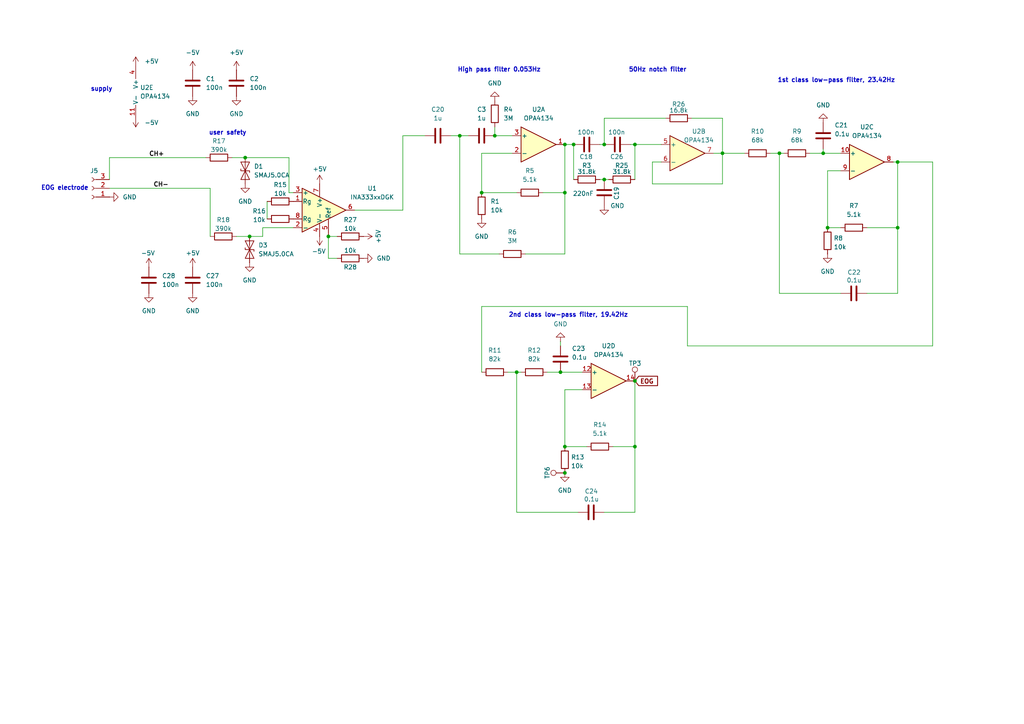
<source format=kicad_sch>
(kicad_sch
	(version 20231120)
	(generator "eeschema")
	(generator_version "8.0")
	(uuid "17344d11-37c3-433e-b697-5dd1ab646ff1")
	(paper "A4")
	(lib_symbols
		(symbol "Amplifier_Instrumentation:INA333xxDGK"
			(pin_names
				(offset 0.127)
			)
			(exclude_from_sim no)
			(in_bom yes)
			(on_board yes)
			(property "Reference" "U"
				(at 3.81 3.175 0)
				(effects
					(font
						(size 1.27 1.27)
					)
					(justify left)
				)
			)
			(property "Value" "INA333xxDGK"
				(at 3.81 -3.175 0)
				(effects
					(font
						(size 1.27 1.27)
					)
					(justify left)
				)
			)
			(property "Footprint" "Package_SO:VSSOP-8_3x3mm_P0.65mm"
				(at 0 -7.62 0)
				(effects
					(font
						(size 1.27 1.27)
					)
					(hide yes)
				)
			)
			(property "Datasheet" "https://www.ti.com/lit/ds/symlink/ina333.pdf"
				(at 2.54 0 0)
				(effects
					(font
						(size 1.27 1.27)
					)
					(hide yes)
				)
			)
			(property "Description" "Zero Drift, Micropower Instrumentation Amplifier G = 1 + 100kOhm/Rg, VSSOP-8"
				(at 0 0 0)
				(effects
					(font
						(size 1.27 1.27)
					)
					(hide yes)
				)
			)
			(property "ki_keywords" "instrumentation opamp amplifier"
				(at 0 0 0)
				(effects
					(font
						(size 1.27 1.27)
					)
					(hide yes)
				)
			)
			(property "ki_fp_filters" "VSSOP*3x3mm*P0.65mm*"
				(at 0 0 0)
				(effects
					(font
						(size 1.27 1.27)
					)
					(hide yes)
				)
			)
			(symbol "INA333xxDGK_0_1"
				(polyline
					(pts
						(xy 7.62 0) (xy -5.08 6.35) (xy -5.08 -6.35) (xy 7.62 0)
					)
					(stroke
						(width 0.254)
						(type default)
					)
					(fill
						(type background)
					)
				)
			)
			(symbol "INA333xxDGK_1_1"
				(pin passive line
					(at -7.62 2.54 0)
					(length 2.54)
					(name "Rg"
						(effects
							(font
								(size 1.27 1.27)
							)
						)
					)
					(number "1"
						(effects
							(font
								(size 1.27 1.27)
							)
						)
					)
				)
				(pin input line
					(at -7.62 -5.08 0)
					(length 2.54)
					(name "-"
						(effects
							(font
								(size 1.27 1.27)
							)
						)
					)
					(number "2"
						(effects
							(font
								(size 1.27 1.27)
							)
						)
					)
				)
				(pin input line
					(at -7.62 5.08 0)
					(length 2.54)
					(name "+"
						(effects
							(font
								(size 1.27 1.27)
							)
						)
					)
					(number "3"
						(effects
							(font
								(size 1.27 1.27)
							)
						)
					)
				)
				(pin power_in line
					(at 0 -7.62 90)
					(length 3.81)
					(name "V-"
						(effects
							(font
								(size 1.27 1.27)
							)
						)
					)
					(number "4"
						(effects
							(font
								(size 1.27 1.27)
							)
						)
					)
				)
				(pin input line
					(at 2.54 -7.62 90)
					(length 5.08)
					(name "Ref"
						(effects
							(font
								(size 1.27 1.27)
							)
						)
					)
					(number "5"
						(effects
							(font
								(size 1.27 1.27)
							)
						)
					)
				)
				(pin output line
					(at 10.16 0 180)
					(length 2.54)
					(name "~"
						(effects
							(font
								(size 1.27 1.27)
							)
						)
					)
					(number "6"
						(effects
							(font
								(size 1.27 1.27)
							)
						)
					)
				)
				(pin power_in line
					(at 0 7.62 270)
					(length 3.81)
					(name "V+"
						(effects
							(font
								(size 1.27 1.27)
							)
						)
					)
					(number "7"
						(effects
							(font
								(size 1.27 1.27)
							)
						)
					)
				)
				(pin passive line
					(at -7.62 -2.54 0)
					(length 2.54)
					(name "Rg"
						(effects
							(font
								(size 1.27 1.27)
							)
						)
					)
					(number "8"
						(effects
							(font
								(size 1.27 1.27)
							)
						)
					)
				)
			)
		)
		(symbol "Amplifier_Operational:OPA4134"
			(pin_names
				(offset 0.127)
			)
			(exclude_from_sim no)
			(in_bom yes)
			(on_board yes)
			(property "Reference" "U"
				(at 0 5.08 0)
				(effects
					(font
						(size 1.27 1.27)
					)
					(justify left)
				)
			)
			(property "Value" "OPA4134"
				(at 0 -5.08 0)
				(effects
					(font
						(size 1.27 1.27)
					)
					(justify left)
				)
			)
			(property "Footprint" ""
				(at -1.27 2.54 0)
				(effects
					(font
						(size 1.27 1.27)
					)
					(hide yes)
				)
			)
			(property "Datasheet" "http://www.ti.com/lit/ds/symlink/opa134.pdf"
				(at 1.27 5.08 0)
				(effects
					(font
						(size 1.27 1.27)
					)
					(hide yes)
				)
			)
			(property "Description" "Quad SoundPlus High Performance Audio Operational Amplifiers, SOIC-14"
				(at 0 0 0)
				(effects
					(font
						(size 1.27 1.27)
					)
					(hide yes)
				)
			)
			(property "ki_locked" ""
				(at 0 0 0)
				(effects
					(font
						(size 1.27 1.27)
					)
				)
			)
			(property "ki_keywords" "quad opamp"
				(at 0 0 0)
				(effects
					(font
						(size 1.27 1.27)
					)
					(hide yes)
				)
			)
			(property "ki_fp_filters" "SOIC*3.9x8.7mm*P1.27mm* DIP*W7.62mm* TSSOP*4.4x5mm*P0.65mm* SSOP*5.3x6.2mm*P0.65mm* MSOP*3x3mm*P0.5mm*"
				(at 0 0 0)
				(effects
					(font
						(size 1.27 1.27)
					)
					(hide yes)
				)
			)
			(symbol "OPA4134_1_1"
				(polyline
					(pts
						(xy -5.08 5.08) (xy 5.08 0) (xy -5.08 -5.08) (xy -5.08 5.08)
					)
					(stroke
						(width 0.254)
						(type default)
					)
					(fill
						(type background)
					)
				)
				(pin output line
					(at 7.62 0 180)
					(length 2.54)
					(name "~"
						(effects
							(font
								(size 1.27 1.27)
							)
						)
					)
					(number "1"
						(effects
							(font
								(size 1.27 1.27)
							)
						)
					)
				)
				(pin input line
					(at -7.62 -2.54 0)
					(length 2.54)
					(name "-"
						(effects
							(font
								(size 1.27 1.27)
							)
						)
					)
					(number "2"
						(effects
							(font
								(size 1.27 1.27)
							)
						)
					)
				)
				(pin input line
					(at -7.62 2.54 0)
					(length 2.54)
					(name "+"
						(effects
							(font
								(size 1.27 1.27)
							)
						)
					)
					(number "3"
						(effects
							(font
								(size 1.27 1.27)
							)
						)
					)
				)
			)
			(symbol "OPA4134_2_1"
				(polyline
					(pts
						(xy -5.08 5.08) (xy 5.08 0) (xy -5.08 -5.08) (xy -5.08 5.08)
					)
					(stroke
						(width 0.254)
						(type default)
					)
					(fill
						(type background)
					)
				)
				(pin input line
					(at -7.62 2.54 0)
					(length 2.54)
					(name "+"
						(effects
							(font
								(size 1.27 1.27)
							)
						)
					)
					(number "5"
						(effects
							(font
								(size 1.27 1.27)
							)
						)
					)
				)
				(pin input line
					(at -7.62 -2.54 0)
					(length 2.54)
					(name "-"
						(effects
							(font
								(size 1.27 1.27)
							)
						)
					)
					(number "6"
						(effects
							(font
								(size 1.27 1.27)
							)
						)
					)
				)
				(pin output line
					(at 7.62 0 180)
					(length 2.54)
					(name "~"
						(effects
							(font
								(size 1.27 1.27)
							)
						)
					)
					(number "7"
						(effects
							(font
								(size 1.27 1.27)
							)
						)
					)
				)
			)
			(symbol "OPA4134_3_1"
				(polyline
					(pts
						(xy -5.08 5.08) (xy 5.08 0) (xy -5.08 -5.08) (xy -5.08 5.08)
					)
					(stroke
						(width 0.254)
						(type default)
					)
					(fill
						(type background)
					)
				)
				(pin input line
					(at -7.62 2.54 0)
					(length 2.54)
					(name "+"
						(effects
							(font
								(size 1.27 1.27)
							)
						)
					)
					(number "10"
						(effects
							(font
								(size 1.27 1.27)
							)
						)
					)
				)
				(pin output line
					(at 7.62 0 180)
					(length 2.54)
					(name "~"
						(effects
							(font
								(size 1.27 1.27)
							)
						)
					)
					(number "8"
						(effects
							(font
								(size 1.27 1.27)
							)
						)
					)
				)
				(pin input line
					(at -7.62 -2.54 0)
					(length 2.54)
					(name "-"
						(effects
							(font
								(size 1.27 1.27)
							)
						)
					)
					(number "9"
						(effects
							(font
								(size 1.27 1.27)
							)
						)
					)
				)
			)
			(symbol "OPA4134_4_1"
				(polyline
					(pts
						(xy -5.08 5.08) (xy 5.08 0) (xy -5.08 -5.08) (xy -5.08 5.08)
					)
					(stroke
						(width 0.254)
						(type default)
					)
					(fill
						(type background)
					)
				)
				(pin input line
					(at -7.62 2.54 0)
					(length 2.54)
					(name "+"
						(effects
							(font
								(size 1.27 1.27)
							)
						)
					)
					(number "12"
						(effects
							(font
								(size 1.27 1.27)
							)
						)
					)
				)
				(pin input line
					(at -7.62 -2.54 0)
					(length 2.54)
					(name "-"
						(effects
							(font
								(size 1.27 1.27)
							)
						)
					)
					(number "13"
						(effects
							(font
								(size 1.27 1.27)
							)
						)
					)
				)
				(pin output line
					(at 7.62 0 180)
					(length 2.54)
					(name "~"
						(effects
							(font
								(size 1.27 1.27)
							)
						)
					)
					(number "14"
						(effects
							(font
								(size 1.27 1.27)
							)
						)
					)
				)
			)
			(symbol "OPA4134_5_1"
				(pin power_in line
					(at -2.54 -7.62 90)
					(length 3.81)
					(name "V-"
						(effects
							(font
								(size 1.27 1.27)
							)
						)
					)
					(number "11"
						(effects
							(font
								(size 1.27 1.27)
							)
						)
					)
				)
				(pin power_in line
					(at -2.54 7.62 270)
					(length 3.81)
					(name "V+"
						(effects
							(font
								(size 1.27 1.27)
							)
						)
					)
					(number "4"
						(effects
							(font
								(size 1.27 1.27)
							)
						)
					)
				)
			)
		)
		(symbol "Connector:Conn_01x03_Socket"
			(pin_names
				(offset 1.016) hide)
			(exclude_from_sim no)
			(in_bom yes)
			(on_board yes)
			(property "Reference" "J"
				(at 0 5.08 0)
				(effects
					(font
						(size 1.27 1.27)
					)
				)
			)
			(property "Value" "Conn_01x03_Socket"
				(at 0 -5.08 0)
				(effects
					(font
						(size 1.27 1.27)
					)
				)
			)
			(property "Footprint" ""
				(at 0 0 0)
				(effects
					(font
						(size 1.27 1.27)
					)
					(hide yes)
				)
			)
			(property "Datasheet" "~"
				(at 0 0 0)
				(effects
					(font
						(size 1.27 1.27)
					)
					(hide yes)
				)
			)
			(property "Description" "Generic connector, single row, 01x03, script generated"
				(at 0 0 0)
				(effects
					(font
						(size 1.27 1.27)
					)
					(hide yes)
				)
			)
			(property "ki_locked" ""
				(at 0 0 0)
				(effects
					(font
						(size 1.27 1.27)
					)
				)
			)
			(property "ki_keywords" "connector"
				(at 0 0 0)
				(effects
					(font
						(size 1.27 1.27)
					)
					(hide yes)
				)
			)
			(property "ki_fp_filters" "Connector*:*_1x??_*"
				(at 0 0 0)
				(effects
					(font
						(size 1.27 1.27)
					)
					(hide yes)
				)
			)
			(symbol "Conn_01x03_Socket_1_1"
				(arc
					(start 0 -2.032)
					(mid -0.5058 -2.54)
					(end 0 -3.048)
					(stroke
						(width 0.1524)
						(type default)
					)
					(fill
						(type none)
					)
				)
				(polyline
					(pts
						(xy -1.27 -2.54) (xy -0.508 -2.54)
					)
					(stroke
						(width 0.1524)
						(type default)
					)
					(fill
						(type none)
					)
				)
				(polyline
					(pts
						(xy -1.27 0) (xy -0.508 0)
					)
					(stroke
						(width 0.1524)
						(type default)
					)
					(fill
						(type none)
					)
				)
				(polyline
					(pts
						(xy -1.27 2.54) (xy -0.508 2.54)
					)
					(stroke
						(width 0.1524)
						(type default)
					)
					(fill
						(type none)
					)
				)
				(arc
					(start 0 0.508)
					(mid -0.5058 0)
					(end 0 -0.508)
					(stroke
						(width 0.1524)
						(type default)
					)
					(fill
						(type none)
					)
				)
				(arc
					(start 0 3.048)
					(mid -0.5058 2.54)
					(end 0 2.032)
					(stroke
						(width 0.1524)
						(type default)
					)
					(fill
						(type none)
					)
				)
				(pin passive line
					(at -5.08 2.54 0)
					(length 3.81)
					(name "Pin_1"
						(effects
							(font
								(size 1.27 1.27)
							)
						)
					)
					(number "1"
						(effects
							(font
								(size 1.27 1.27)
							)
						)
					)
				)
				(pin passive line
					(at -5.08 0 0)
					(length 3.81)
					(name "Pin_2"
						(effects
							(font
								(size 1.27 1.27)
							)
						)
					)
					(number "2"
						(effects
							(font
								(size 1.27 1.27)
							)
						)
					)
				)
				(pin passive line
					(at -5.08 -2.54 0)
					(length 3.81)
					(name "Pin_3"
						(effects
							(font
								(size 1.27 1.27)
							)
						)
					)
					(number "3"
						(effects
							(font
								(size 1.27 1.27)
							)
						)
					)
				)
			)
		)
		(symbol "Connector:TestPoint"
			(pin_numbers hide)
			(pin_names
				(offset 0.762) hide)
			(exclude_from_sim no)
			(in_bom yes)
			(on_board yes)
			(property "Reference" "TP"
				(at 0 6.858 0)
				(effects
					(font
						(size 1.27 1.27)
					)
				)
			)
			(property "Value" "TestPoint"
				(at 0 5.08 0)
				(effects
					(font
						(size 1.27 1.27)
					)
				)
			)
			(property "Footprint" ""
				(at 5.08 0 0)
				(effects
					(font
						(size 1.27 1.27)
					)
					(hide yes)
				)
			)
			(property "Datasheet" "~"
				(at 5.08 0 0)
				(effects
					(font
						(size 1.27 1.27)
					)
					(hide yes)
				)
			)
			(property "Description" "test point"
				(at 0 0 0)
				(effects
					(font
						(size 1.27 1.27)
					)
					(hide yes)
				)
			)
			(property "ki_keywords" "test point tp"
				(at 0 0 0)
				(effects
					(font
						(size 1.27 1.27)
					)
					(hide yes)
				)
			)
			(property "ki_fp_filters" "Pin* Test*"
				(at 0 0 0)
				(effects
					(font
						(size 1.27 1.27)
					)
					(hide yes)
				)
			)
			(symbol "TestPoint_0_1"
				(circle
					(center 0 3.302)
					(radius 0.762)
					(stroke
						(width 0)
						(type default)
					)
					(fill
						(type none)
					)
				)
			)
			(symbol "TestPoint_1_1"
				(pin passive line
					(at 0 0 90)
					(length 2.54)
					(name "1"
						(effects
							(font
								(size 1.27 1.27)
							)
						)
					)
					(number "1"
						(effects
							(font
								(size 1.27 1.27)
							)
						)
					)
				)
			)
		)
		(symbol "Device:C"
			(pin_numbers hide)
			(pin_names
				(offset 0.254)
			)
			(exclude_from_sim no)
			(in_bom yes)
			(on_board yes)
			(property "Reference" "C"
				(at 0.635 2.54 0)
				(effects
					(font
						(size 1.27 1.27)
					)
					(justify left)
				)
			)
			(property "Value" "C"
				(at 0.635 -2.54 0)
				(effects
					(font
						(size 1.27 1.27)
					)
					(justify left)
				)
			)
			(property "Footprint" ""
				(at 0.9652 -3.81 0)
				(effects
					(font
						(size 1.27 1.27)
					)
					(hide yes)
				)
			)
			(property "Datasheet" "~"
				(at 0 0 0)
				(effects
					(font
						(size 1.27 1.27)
					)
					(hide yes)
				)
			)
			(property "Description" "Unpolarized capacitor"
				(at 0 0 0)
				(effects
					(font
						(size 1.27 1.27)
					)
					(hide yes)
				)
			)
			(property "ki_keywords" "cap capacitor"
				(at 0 0 0)
				(effects
					(font
						(size 1.27 1.27)
					)
					(hide yes)
				)
			)
			(property "ki_fp_filters" "C_*"
				(at 0 0 0)
				(effects
					(font
						(size 1.27 1.27)
					)
					(hide yes)
				)
			)
			(symbol "C_0_1"
				(polyline
					(pts
						(xy -2.032 -0.762) (xy 2.032 -0.762)
					)
					(stroke
						(width 0.508)
						(type default)
					)
					(fill
						(type none)
					)
				)
				(polyline
					(pts
						(xy -2.032 0.762) (xy 2.032 0.762)
					)
					(stroke
						(width 0.508)
						(type default)
					)
					(fill
						(type none)
					)
				)
			)
			(symbol "C_1_1"
				(pin passive line
					(at 0 3.81 270)
					(length 2.794)
					(name "~"
						(effects
							(font
								(size 1.27 1.27)
							)
						)
					)
					(number "1"
						(effects
							(font
								(size 1.27 1.27)
							)
						)
					)
				)
				(pin passive line
					(at 0 -3.81 90)
					(length 2.794)
					(name "~"
						(effects
							(font
								(size 1.27 1.27)
							)
						)
					)
					(number "2"
						(effects
							(font
								(size 1.27 1.27)
							)
						)
					)
				)
			)
		)
		(symbol "Device:R"
			(pin_numbers hide)
			(pin_names
				(offset 0)
			)
			(exclude_from_sim no)
			(in_bom yes)
			(on_board yes)
			(property "Reference" "R"
				(at 2.032 0 90)
				(effects
					(font
						(size 1.27 1.27)
					)
				)
			)
			(property "Value" "R"
				(at 0 0 90)
				(effects
					(font
						(size 1.27 1.27)
					)
				)
			)
			(property "Footprint" ""
				(at -1.778 0 90)
				(effects
					(font
						(size 1.27 1.27)
					)
					(hide yes)
				)
			)
			(property "Datasheet" "~"
				(at 0 0 0)
				(effects
					(font
						(size 1.27 1.27)
					)
					(hide yes)
				)
			)
			(property "Description" "Resistor"
				(at 0 0 0)
				(effects
					(font
						(size 1.27 1.27)
					)
					(hide yes)
				)
			)
			(property "ki_keywords" "R res resistor"
				(at 0 0 0)
				(effects
					(font
						(size 1.27 1.27)
					)
					(hide yes)
				)
			)
			(property "ki_fp_filters" "R_*"
				(at 0 0 0)
				(effects
					(font
						(size 1.27 1.27)
					)
					(hide yes)
				)
			)
			(symbol "R_0_1"
				(rectangle
					(start -1.016 -2.54)
					(end 1.016 2.54)
					(stroke
						(width 0.254)
						(type default)
					)
					(fill
						(type none)
					)
				)
			)
			(symbol "R_1_1"
				(pin passive line
					(at 0 3.81 270)
					(length 1.27)
					(name "~"
						(effects
							(font
								(size 1.27 1.27)
							)
						)
					)
					(number "1"
						(effects
							(font
								(size 1.27 1.27)
							)
						)
					)
				)
				(pin passive line
					(at 0 -3.81 90)
					(length 1.27)
					(name "~"
						(effects
							(font
								(size 1.27 1.27)
							)
						)
					)
					(number "2"
						(effects
							(font
								(size 1.27 1.27)
							)
						)
					)
				)
			)
		)
		(symbol "Diode:SMAJ5.0CA"
			(pin_numbers hide)
			(pin_names
				(offset 1.016) hide)
			(exclude_from_sim no)
			(in_bom yes)
			(on_board yes)
			(property "Reference" "D"
				(at 0 2.54 0)
				(effects
					(font
						(size 1.27 1.27)
					)
				)
			)
			(property "Value" "SMAJ5.0CA"
				(at 0 -2.54 0)
				(effects
					(font
						(size 1.27 1.27)
					)
				)
			)
			(property "Footprint" "Diode_SMD:D_SMA"
				(at 0 -5.08 0)
				(effects
					(font
						(size 1.27 1.27)
					)
					(hide yes)
				)
			)
			(property "Datasheet" "https://www.littelfuse.com/media?resourcetype=datasheets&itemid=75e32973-b177-4ee3-a0ff-cedaf1abdb93&filename=smaj-datasheet"
				(at 0 0 0)
				(effects
					(font
						(size 1.27 1.27)
					)
					(hide yes)
				)
			)
			(property "Description" "400W bidirectional Transient Voltage Suppressor, 5.0Vr, SMA(DO-214AC)"
				(at 0 0 0)
				(effects
					(font
						(size 1.27 1.27)
					)
					(hide yes)
				)
			)
			(property "ki_keywords" "bidirectional diode TVS voltage suppressor"
				(at 0 0 0)
				(effects
					(font
						(size 1.27 1.27)
					)
					(hide yes)
				)
			)
			(property "ki_fp_filters" "D*SMA*"
				(at 0 0 0)
				(effects
					(font
						(size 1.27 1.27)
					)
					(hide yes)
				)
			)
			(symbol "SMAJ5.0CA_0_1"
				(polyline
					(pts
						(xy 1.27 0) (xy -1.27 0)
					)
					(stroke
						(width 0)
						(type default)
					)
					(fill
						(type none)
					)
				)
				(polyline
					(pts
						(xy -2.54 -1.27) (xy 0 0) (xy -2.54 1.27) (xy -2.54 -1.27)
					)
					(stroke
						(width 0.2032)
						(type default)
					)
					(fill
						(type none)
					)
				)
				(polyline
					(pts
						(xy 0.508 1.27) (xy 0 1.27) (xy 0 -1.27) (xy -0.508 -1.27)
					)
					(stroke
						(width 0.2032)
						(type default)
					)
					(fill
						(type none)
					)
				)
				(polyline
					(pts
						(xy 2.54 1.27) (xy 2.54 -1.27) (xy 0 0) (xy 2.54 1.27)
					)
					(stroke
						(width 0.2032)
						(type default)
					)
					(fill
						(type none)
					)
				)
			)
			(symbol "SMAJ5.0CA_1_1"
				(pin passive line
					(at -3.81 0 0)
					(length 2.54)
					(name "A1"
						(effects
							(font
								(size 1.27 1.27)
							)
						)
					)
					(number "1"
						(effects
							(font
								(size 1.27 1.27)
							)
						)
					)
				)
				(pin passive line
					(at 3.81 0 180)
					(length 2.54)
					(name "A2"
						(effects
							(font
								(size 1.27 1.27)
							)
						)
					)
					(number "2"
						(effects
							(font
								(size 1.27 1.27)
							)
						)
					)
				)
			)
		)
		(symbol "power:+3.3V"
			(power)
			(pin_numbers hide)
			(pin_names
				(offset 0) hide)
			(exclude_from_sim no)
			(in_bom yes)
			(on_board yes)
			(property "Reference" "#PWR"
				(at 0 -3.81 0)
				(effects
					(font
						(size 1.27 1.27)
					)
					(hide yes)
				)
			)
			(property "Value" "+3.3V"
				(at 0 3.556 0)
				(effects
					(font
						(size 1.27 1.27)
					)
				)
			)
			(property "Footprint" ""
				(at 0 0 0)
				(effects
					(font
						(size 1.27 1.27)
					)
					(hide yes)
				)
			)
			(property "Datasheet" ""
				(at 0 0 0)
				(effects
					(font
						(size 1.27 1.27)
					)
					(hide yes)
				)
			)
			(property "Description" "Power symbol creates a global label with name \"+3.3V\""
				(at 0 0 0)
				(effects
					(font
						(size 1.27 1.27)
					)
					(hide yes)
				)
			)
			(property "ki_keywords" "global power"
				(at 0 0 0)
				(effects
					(font
						(size 1.27 1.27)
					)
					(hide yes)
				)
			)
			(symbol "+3.3V_0_1"
				(polyline
					(pts
						(xy -0.762 1.27) (xy 0 2.54)
					)
					(stroke
						(width 0)
						(type default)
					)
					(fill
						(type none)
					)
				)
				(polyline
					(pts
						(xy 0 0) (xy 0 2.54)
					)
					(stroke
						(width 0)
						(type default)
					)
					(fill
						(type none)
					)
				)
				(polyline
					(pts
						(xy 0 2.54) (xy 0.762 1.27)
					)
					(stroke
						(width 0)
						(type default)
					)
					(fill
						(type none)
					)
				)
			)
			(symbol "+3.3V_1_1"
				(pin power_in line
					(at 0 0 90)
					(length 0)
					(name "~"
						(effects
							(font
								(size 1.27 1.27)
							)
						)
					)
					(number "1"
						(effects
							(font
								(size 1.27 1.27)
							)
						)
					)
				)
			)
		)
		(symbol "power:GND"
			(power)
			(pin_numbers hide)
			(pin_names
				(offset 0) hide)
			(exclude_from_sim no)
			(in_bom yes)
			(on_board yes)
			(property "Reference" "#PWR"
				(at 0 -6.35 0)
				(effects
					(font
						(size 1.27 1.27)
					)
					(hide yes)
				)
			)
			(property "Value" "GND"
				(at 0 -3.81 0)
				(effects
					(font
						(size 1.27 1.27)
					)
				)
			)
			(property "Footprint" ""
				(at 0 0 0)
				(effects
					(font
						(size 1.27 1.27)
					)
					(hide yes)
				)
			)
			(property "Datasheet" ""
				(at 0 0 0)
				(effects
					(font
						(size 1.27 1.27)
					)
					(hide yes)
				)
			)
			(property "Description" "Power symbol creates a global label with name \"GND\" , ground"
				(at 0 0 0)
				(effects
					(font
						(size 1.27 1.27)
					)
					(hide yes)
				)
			)
			(property "ki_keywords" "global power"
				(at 0 0 0)
				(effects
					(font
						(size 1.27 1.27)
					)
					(hide yes)
				)
			)
			(symbol "GND_0_1"
				(polyline
					(pts
						(xy 0 0) (xy 0 -1.27) (xy 1.27 -1.27) (xy 0 -2.54) (xy -1.27 -1.27) (xy 0 -1.27)
					)
					(stroke
						(width 0)
						(type default)
					)
					(fill
						(type none)
					)
				)
			)
			(symbol "GND_1_1"
				(pin power_in line
					(at 0 0 270)
					(length 0)
					(name "~"
						(effects
							(font
								(size 1.27 1.27)
							)
						)
					)
					(number "1"
						(effects
							(font
								(size 1.27 1.27)
							)
						)
					)
				)
			)
		)
	)
	(junction
		(at 238.76 44.45)
		(diameter 0)
		(color 0 0 0 0)
		(uuid "12cc349b-05a9-47ad-b824-12a09d514a57")
	)
	(junction
		(at 260.35 66.04)
		(diameter 0)
		(color 0 0 0 0)
		(uuid "15543049-f607-4d83-8701-5b8ebd0ffe10")
	)
	(junction
		(at 143.51 39.37)
		(diameter 0)
		(color 0 0 0 0)
		(uuid "181af745-bfb4-4cce-b90b-d27731afac62")
	)
	(junction
		(at 166.37 41.91)
		(diameter 0)
		(color 0 0 0 0)
		(uuid "18be213a-fd08-4fd6-b557-40ed0aff85f2")
	)
	(junction
		(at 163.83 55.88)
		(diameter 0)
		(color 0 0 0 0)
		(uuid "25d7a30e-ad8d-4a46-9076-a6da5073b6b5")
	)
	(junction
		(at 149.86 107.95)
		(diameter 0)
		(color 0 0 0 0)
		(uuid "27b9657b-4bfc-408e-b62a-ba3ea889a552")
	)
	(junction
		(at 226.06 44.45)
		(diameter 0)
		(color 0 0 0 0)
		(uuid "2cdd2a46-6fd2-44e0-ad17-66f4b04d5814")
	)
	(junction
		(at 95.25 68.58)
		(diameter 0)
		(color 0 0 0 0)
		(uuid "2f843167-8c4b-4b32-9313-271b27a3c192")
	)
	(junction
		(at 184.15 129.54)
		(diameter 0)
		(color 0 0 0 0)
		(uuid "31dd2e73-4a56-4c78-a74d-d90c0b96555e")
	)
	(junction
		(at 163.83 137.16)
		(diameter 0)
		(color 0 0 0 0)
		(uuid "377851b9-9981-4193-9d3a-521f87a18b6b")
	)
	(junction
		(at 71.12 45.72)
		(diameter 0)
		(color 0 0 0 0)
		(uuid "4873c615-04f3-4537-922f-7755bec30ec3")
	)
	(junction
		(at 133.35 39.37)
		(diameter 0)
		(color 0 0 0 0)
		(uuid "52db8d8a-d044-4e65-bff1-91a2b17c2db8")
	)
	(junction
		(at 163.83 129.54)
		(diameter 0)
		(color 0 0 0 0)
		(uuid "6ae06b17-ec78-4e79-82b0-9469b65e3b68")
	)
	(junction
		(at 163.83 41.91)
		(diameter 0)
		(color 0 0 0 0)
		(uuid "77584855-5163-4568-a591-6c4a49cc342b")
	)
	(junction
		(at 209.55 44.45)
		(diameter 0)
		(color 0 0 0 0)
		(uuid "a223cdfc-fcdd-478b-8dd9-a194b3daf167")
	)
	(junction
		(at 162.56 107.95)
		(diameter 0)
		(color 0 0 0 0)
		(uuid "b1b4f825-30db-47b2-870f-c70b1843a14d")
	)
	(junction
		(at 184.15 41.91)
		(diameter 0)
		(color 0 0 0 0)
		(uuid "b2467f68-3bb4-4221-9aa2-ea6611965efc")
	)
	(junction
		(at 175.26 52.07)
		(diameter 0)
		(color 0 0 0 0)
		(uuid "ba72cf73-b03f-4096-a224-34750841080e")
	)
	(junction
		(at 184.15 110.49)
		(diameter 0)
		(color 0 0 0 0)
		(uuid "c64d3d19-a5e1-4b98-a9f9-8fcf03e66819")
	)
	(junction
		(at 139.7 55.88)
		(diameter 0)
		(color 0 0 0 0)
		(uuid "d7ea21e1-5198-41d8-bd42-dae94a1e96dc")
	)
	(junction
		(at 175.26 41.91)
		(diameter 0)
		(color 0 0 0 0)
		(uuid "d9dfcc95-cd1e-485f-ba1d-75d20faaea9c")
	)
	(junction
		(at 240.03 66.04)
		(diameter 0)
		(color 0 0 0 0)
		(uuid "de5534b9-ccc8-4348-97b9-893c38e951c5")
	)
	(junction
		(at 72.39 68.58)
		(diameter 0)
		(color 0 0 0 0)
		(uuid "e2026390-1492-4a0c-b142-a7653ee8f657")
	)
	(junction
		(at 260.35 46.99)
		(diameter 0)
		(color 0 0 0 0)
		(uuid "f037827d-3eaa-47ed-8b12-647adcd7c808")
	)
	(wire
		(pts
			(xy 200.66 34.29) (xy 209.55 34.29)
		)
		(stroke
			(width 0)
			(type default)
		)
		(uuid "03235b35-3818-4210-9e90-8ad9ac4a86f1")
	)
	(wire
		(pts
			(xy 116.84 39.37) (xy 123.19 39.37)
		)
		(stroke
			(width 0)
			(type default)
		)
		(uuid "04a62f1b-c4fc-4bf9-aa28-227214488787")
	)
	(wire
		(pts
			(xy 149.86 107.95) (xy 151.13 107.95)
		)
		(stroke
			(width 0)
			(type default)
		)
		(uuid "04f33406-c105-4850-a497-7d76c7caed5a")
	)
	(wire
		(pts
			(xy 260.35 66.04) (xy 260.35 85.09)
		)
		(stroke
			(width 0)
			(type default)
		)
		(uuid "08e3e0f0-e1ae-44b5-adf2-03f2c0c34ba3")
	)
	(wire
		(pts
			(xy 243.84 44.45) (xy 238.76 44.45)
		)
		(stroke
			(width 0)
			(type default)
		)
		(uuid "0977a15e-c59f-4356-9421-a74ec2f0e43e")
	)
	(wire
		(pts
			(xy 193.04 34.29) (xy 175.26 34.29)
		)
		(stroke
			(width 0)
			(type default)
		)
		(uuid "13a6acd7-a5a4-40d2-a66a-e99e01a6d722")
	)
	(wire
		(pts
			(xy 102.87 60.96) (xy 116.84 60.96)
		)
		(stroke
			(width 0)
			(type default)
		)
		(uuid "14b7b840-9232-49ae-9a87-a33d490fba30")
	)
	(wire
		(pts
			(xy 209.55 34.29) (xy 209.55 44.45)
		)
		(stroke
			(width 0)
			(type default)
		)
		(uuid "1c312b2b-31a1-4a22-af96-284d110d85f5")
	)
	(wire
		(pts
			(xy 76.2 68.58) (xy 72.39 68.58)
		)
		(stroke
			(width 0)
			(type default)
		)
		(uuid "1d2b8cc8-a569-4870-842f-800b3cac5523")
	)
	(wire
		(pts
			(xy 149.86 107.95) (xy 149.86 148.59)
		)
		(stroke
			(width 0)
			(type default)
		)
		(uuid "1f454358-5d19-45b9-a3d2-784d09b43062")
	)
	(wire
		(pts
			(xy 184.15 41.91) (xy 184.15 52.07)
		)
		(stroke
			(width 0)
			(type default)
		)
		(uuid "1f6d0d0a-27f8-4d62-8f85-0f21779915f8")
	)
	(wire
		(pts
			(xy 182.88 41.91) (xy 184.15 41.91)
		)
		(stroke
			(width 0)
			(type default)
		)
		(uuid "2234f4b6-3bdf-4f1b-bea3-9ae91c9c0376")
	)
	(wire
		(pts
			(xy 162.56 107.95) (xy 168.91 107.95)
		)
		(stroke
			(width 0)
			(type default)
		)
		(uuid "2862ce98-b4ec-4b40-a732-38f3bf5491b5")
	)
	(wire
		(pts
			(xy 238.76 43.18) (xy 238.76 44.45)
		)
		(stroke
			(width 0)
			(type default)
		)
		(uuid "28d572e4-fbab-461f-8808-e5121203ea87")
	)
	(wire
		(pts
			(xy 163.83 113.03) (xy 168.91 113.03)
		)
		(stroke
			(width 0)
			(type default)
		)
		(uuid "2ada6a12-8da3-45d9-9c11-161f2b0fddec")
	)
	(wire
		(pts
			(xy 139.7 107.95) (xy 139.7 88.9)
		)
		(stroke
			(width 0)
			(type default)
		)
		(uuid "333e1c18-9c99-4458-ae4f-95b6f4b36570")
	)
	(wire
		(pts
			(xy 130.81 39.37) (xy 133.35 39.37)
		)
		(stroke
			(width 0)
			(type default)
		)
		(uuid "335f903d-c963-4245-8fb0-95981c4f68b1")
	)
	(wire
		(pts
			(xy 270.51 100.33) (xy 270.51 46.99)
		)
		(stroke
			(width 0)
			(type default)
		)
		(uuid "3b88cb5c-1d50-4c5b-8ea4-f88c4dab185e")
	)
	(wire
		(pts
			(xy 85.09 55.88) (xy 83.82 55.88)
		)
		(stroke
			(width 0)
			(type default)
		)
		(uuid "40f981a1-4a81-47a0-98a8-bc3835c0c096")
	)
	(wire
		(pts
			(xy 189.23 53.34) (xy 209.55 53.34)
		)
		(stroke
			(width 0)
			(type default)
		)
		(uuid "46b58ac9-46bb-42f3-9bfb-0c4090b099c5")
	)
	(wire
		(pts
			(xy 77.47 58.42) (xy 77.47 63.5)
		)
		(stroke
			(width 0)
			(type default)
		)
		(uuid "485d52df-a34d-4add-9dac-a954ddbaf356")
	)
	(wire
		(pts
			(xy 139.7 88.9) (xy 199.39 88.9)
		)
		(stroke
			(width 0)
			(type default)
		)
		(uuid "48d55300-9215-4dd8-aa5a-e9b3a79f93b9")
	)
	(wire
		(pts
			(xy 95.25 68.58) (xy 95.25 74.93)
		)
		(stroke
			(width 0)
			(type default)
		)
		(uuid "5243eb0e-6548-4529-83d4-43f0ba8f7fdc")
	)
	(wire
		(pts
			(xy 240.03 49.53) (xy 240.03 66.04)
		)
		(stroke
			(width 0)
			(type default)
		)
		(uuid "52a157a1-270e-41b7-a781-f7e8bc531d2e")
	)
	(wire
		(pts
			(xy 260.35 46.99) (xy 270.51 46.99)
		)
		(stroke
			(width 0)
			(type default)
		)
		(uuid "5356329b-fb42-48a3-a5b1-cd39489696fe")
	)
	(wire
		(pts
			(xy 31.75 54.61) (xy 60.96 54.61)
		)
		(stroke
			(width 0)
			(type default)
		)
		(uuid "540be5d2-d694-4fce-aa46-4ec713339424")
	)
	(wire
		(pts
			(xy 166.37 41.91) (xy 166.37 52.07)
		)
		(stroke
			(width 0)
			(type default)
		)
		(uuid "563ccc3a-95c1-4d1a-80f5-401100056c7a")
	)
	(wire
		(pts
			(xy 139.7 44.45) (xy 139.7 55.88)
		)
		(stroke
			(width 0)
			(type default)
		)
		(uuid "5c76fa57-3c89-43fb-9e2b-2f8bc5b3eedb")
	)
	(wire
		(pts
			(xy 163.83 41.91) (xy 166.37 41.91)
		)
		(stroke
			(width 0)
			(type default)
		)
		(uuid "67201a82-8a1a-4294-a1a1-c1dd8dd9bcb8")
	)
	(wire
		(pts
			(xy 68.58 68.58) (xy 72.39 68.58)
		)
		(stroke
			(width 0)
			(type default)
		)
		(uuid "6788b077-31a0-488f-89f9-bb02b6ce03a6")
	)
	(wire
		(pts
			(xy 243.84 49.53) (xy 240.03 49.53)
		)
		(stroke
			(width 0)
			(type default)
		)
		(uuid "687d5815-4c94-409b-9592-4af255d27448")
	)
	(wire
		(pts
			(xy 83.82 55.88) (xy 83.82 45.72)
		)
		(stroke
			(width 0)
			(type default)
		)
		(uuid "69e3fc9b-82c6-4d73-819a-8409f7dbceee")
	)
	(wire
		(pts
			(xy 97.79 74.93) (xy 95.25 74.93)
		)
		(stroke
			(width 0)
			(type default)
		)
		(uuid "6be1708e-e2bd-4e4d-a260-948a024942a4")
	)
	(wire
		(pts
			(xy 260.35 46.99) (xy 259.08 46.99)
		)
		(stroke
			(width 0)
			(type default)
		)
		(uuid "6dd24ff9-4b37-4ad3-b1d0-ef46372d8553")
	)
	(wire
		(pts
			(xy 184.15 129.54) (xy 184.15 148.59)
		)
		(stroke
			(width 0)
			(type default)
		)
		(uuid "6f77cb4b-0f5a-4a3a-871b-4e97bb01dc73")
	)
	(wire
		(pts
			(xy 163.83 41.91) (xy 163.83 55.88)
		)
		(stroke
			(width 0)
			(type default)
		)
		(uuid "74669f8f-7f61-422b-9d01-53477acea0a0")
	)
	(wire
		(pts
			(xy 209.55 44.45) (xy 215.9 44.45)
		)
		(stroke
			(width 0)
			(type default)
		)
		(uuid "749733e7-e1fe-4a32-9f53-9da930b49ee0")
	)
	(wire
		(pts
			(xy 209.55 44.45) (xy 207.01 44.45)
		)
		(stroke
			(width 0)
			(type default)
		)
		(uuid "74a223ca-c844-47f5-a64d-a4b3d64982cf")
	)
	(wire
		(pts
			(xy 199.39 88.9) (xy 199.39 100.33)
		)
		(stroke
			(width 0)
			(type default)
		)
		(uuid "759b74e7-f7e9-4e16-9f86-a3da258806d3")
	)
	(wire
		(pts
			(xy 95.25 68.58) (xy 97.79 68.58)
		)
		(stroke
			(width 0)
			(type default)
		)
		(uuid "773623de-6b2f-4832-b9ce-4e559ce0095a")
	)
	(wire
		(pts
			(xy 60.96 54.61) (xy 60.96 68.58)
		)
		(stroke
			(width 0)
			(type default)
		)
		(uuid "79d19c32-e216-4653-8983-8a4758ac223b")
	)
	(wire
		(pts
			(xy 31.75 45.72) (xy 59.69 45.72)
		)
		(stroke
			(width 0)
			(type default)
		)
		(uuid "7ec40b34-bcfc-4136-bae1-cd25f8789b6e")
	)
	(wire
		(pts
			(xy 251.46 85.09) (xy 260.35 85.09)
		)
		(stroke
			(width 0)
			(type default)
		)
		(uuid "827611f5-3c47-4ee7-959c-307cbdb1fdb9")
	)
	(wire
		(pts
			(xy 191.77 46.99) (xy 189.23 46.99)
		)
		(stroke
			(width 0)
			(type default)
		)
		(uuid "83ab5df6-7be6-448c-8a18-a8abf6755c27")
	)
	(wire
		(pts
			(xy 143.51 36.83) (xy 143.51 39.37)
		)
		(stroke
			(width 0)
			(type default)
		)
		(uuid "87531716-e96e-43a7-aff4-1ab16334b062")
	)
	(wire
		(pts
			(xy 184.15 41.91) (xy 191.77 41.91)
		)
		(stroke
			(width 0)
			(type default)
		)
		(uuid "8a56e416-2612-44fe-a9b7-d93da2aeb8a8")
	)
	(wire
		(pts
			(xy 162.56 100.33) (xy 162.56 99.06)
		)
		(stroke
			(width 0)
			(type default)
		)
		(uuid "8b82b5af-8cde-406f-9ae1-ef88294d094b")
	)
	(wire
		(pts
			(xy 152.4 73.66) (xy 163.83 73.66)
		)
		(stroke
			(width 0)
			(type default)
		)
		(uuid "92e3b4ec-7d37-4a2f-9811-44287d1337ab")
	)
	(wire
		(pts
			(xy 226.06 44.45) (xy 227.33 44.45)
		)
		(stroke
			(width 0)
			(type default)
		)
		(uuid "94ec987d-f5eb-4958-8658-ff0e3c3fbbf7")
	)
	(wire
		(pts
			(xy 175.26 52.07) (xy 176.53 52.07)
		)
		(stroke
			(width 0)
			(type default)
		)
		(uuid "a20191f9-7472-4ef8-a728-9b2ada02b589")
	)
	(wire
		(pts
			(xy 175.26 34.29) (xy 175.26 41.91)
		)
		(stroke
			(width 0)
			(type default)
		)
		(uuid "a496f827-e21a-45d6-9f88-20199deae96e")
	)
	(wire
		(pts
			(xy 31.75 45.72) (xy 31.75 52.07)
		)
		(stroke
			(width 0)
			(type default)
		)
		(uuid "a995404a-4fe5-4b93-9041-cd76f8724dc3")
	)
	(wire
		(pts
			(xy 173.99 52.07) (xy 175.26 52.07)
		)
		(stroke
			(width 0)
			(type default)
		)
		(uuid "acc8e070-f62d-4919-8782-ba55114eff94")
	)
	(wire
		(pts
			(xy 240.03 66.04) (xy 243.84 66.04)
		)
		(stroke
			(width 0)
			(type default)
		)
		(uuid "b154d606-4953-436e-8880-7c196bf4df49")
	)
	(wire
		(pts
			(xy 234.95 44.45) (xy 238.76 44.45)
		)
		(stroke
			(width 0)
			(type default)
		)
		(uuid "b27b89c5-51c4-45b5-9cb9-874baedbd61c")
	)
	(wire
		(pts
			(xy 144.78 73.66) (xy 133.35 73.66)
		)
		(stroke
			(width 0)
			(type default)
		)
		(uuid "b3e1008b-b3a8-4572-8030-bb3b02101583")
	)
	(wire
		(pts
			(xy 133.35 73.66) (xy 133.35 39.37)
		)
		(stroke
			(width 0)
			(type default)
		)
		(uuid "b482b335-22f8-434e-b837-1ef3b1515ffe")
	)
	(wire
		(pts
			(xy 175.26 148.59) (xy 184.15 148.59)
		)
		(stroke
			(width 0)
			(type default)
		)
		(uuid "b4ad7db1-538f-44a1-86ca-0d285efdc042")
	)
	(wire
		(pts
			(xy 223.52 44.45) (xy 226.06 44.45)
		)
		(stroke
			(width 0)
			(type default)
		)
		(uuid "ba081b96-c6e8-49b6-aaee-641250987785")
	)
	(wire
		(pts
			(xy 133.35 39.37) (xy 135.89 39.37)
		)
		(stroke
			(width 0)
			(type default)
		)
		(uuid "bbc9bcae-4189-4286-a5b2-f6faa8825f9a")
	)
	(wire
		(pts
			(xy 149.86 148.59) (xy 167.64 148.59)
		)
		(stroke
			(width 0)
			(type default)
		)
		(uuid "bd9d2d5c-03c7-4777-b215-0099bde1af43")
	)
	(wire
		(pts
			(xy 226.06 44.45) (xy 226.06 85.09)
		)
		(stroke
			(width 0)
			(type default)
		)
		(uuid "bf6be2c3-7a29-42c6-86c1-99c975544330")
	)
	(wire
		(pts
			(xy 260.35 66.04) (xy 260.35 46.99)
		)
		(stroke
			(width 0)
			(type default)
		)
		(uuid "c09b1453-2735-46d6-b90b-5537a1f223f6")
	)
	(wire
		(pts
			(xy 85.09 66.04) (xy 76.2 66.04)
		)
		(stroke
			(width 0)
			(type default)
		)
		(uuid "c28139e4-e243-42bd-94cd-f94aa43e7e38")
	)
	(wire
		(pts
			(xy 209.55 53.34) (xy 209.55 44.45)
		)
		(stroke
			(width 0)
			(type default)
		)
		(uuid "c6602bbb-dac8-4dd0-88a1-c6c8a2b1312f")
	)
	(wire
		(pts
			(xy 189.23 46.99) (xy 189.23 53.34)
		)
		(stroke
			(width 0)
			(type default)
		)
		(uuid "c83f682e-1e57-48dd-941f-dd5110ca8b2b")
	)
	(wire
		(pts
			(xy 76.2 66.04) (xy 76.2 68.58)
		)
		(stroke
			(width 0)
			(type default)
		)
		(uuid "ca01aeaf-38d3-463b-b3ea-c52e85e42de3")
	)
	(wire
		(pts
			(xy 148.59 44.45) (xy 139.7 44.45)
		)
		(stroke
			(width 0)
			(type default)
		)
		(uuid "cba1dc51-9ee0-4c02-947e-cf237c968014")
	)
	(wire
		(pts
			(xy 83.82 45.72) (xy 71.12 45.72)
		)
		(stroke
			(width 0)
			(type default)
		)
		(uuid "cf1819f1-439d-456e-9c20-1d9747eb627b")
	)
	(wire
		(pts
			(xy 163.83 113.03) (xy 163.83 129.54)
		)
		(stroke
			(width 0)
			(type default)
		)
		(uuid "cf1a2b52-252c-4f24-a53a-dde4c6adfa3f")
	)
	(wire
		(pts
			(xy 163.83 55.88) (xy 163.83 73.66)
		)
		(stroke
			(width 0)
			(type default)
		)
		(uuid "d05e9f4f-1fcb-4bdd-9c9d-80cae38c0bb9")
	)
	(wire
		(pts
			(xy 157.48 55.88) (xy 163.83 55.88)
		)
		(stroke
			(width 0)
			(type default)
		)
		(uuid "d5447b91-ab29-423f-8478-560b604fdc6d")
	)
	(wire
		(pts
			(xy 173.99 41.91) (xy 175.26 41.91)
		)
		(stroke
			(width 0)
			(type default)
		)
		(uuid "dd2d85fc-9b4f-44d7-b185-9fa5e70a4f19")
	)
	(wire
		(pts
			(xy 67.31 45.72) (xy 71.12 45.72)
		)
		(stroke
			(width 0)
			(type default)
		)
		(uuid "df7270a9-e26c-4975-a204-b4290e0e9b3f")
	)
	(wire
		(pts
			(xy 251.46 66.04) (xy 260.35 66.04)
		)
		(stroke
			(width 0)
			(type default)
		)
		(uuid "e16ac163-b4e5-4e22-8be8-f7e91d8cee70")
	)
	(wire
		(pts
			(xy 147.32 107.95) (xy 149.86 107.95)
		)
		(stroke
			(width 0)
			(type default)
		)
		(uuid "e1df7f3d-fd5d-4448-8a73-24b4e7a6aee7")
	)
	(wire
		(pts
			(xy 139.7 55.88) (xy 149.86 55.88)
		)
		(stroke
			(width 0)
			(type default)
		)
		(uuid "e427bc6c-1572-490d-90fb-99ce179ab664")
	)
	(wire
		(pts
			(xy 116.84 60.96) (xy 116.84 39.37)
		)
		(stroke
			(width 0)
			(type default)
		)
		(uuid "eaaa9ced-8fef-40d8-827d-09b398be7259")
	)
	(wire
		(pts
			(xy 148.59 39.37) (xy 143.51 39.37)
		)
		(stroke
			(width 0)
			(type default)
		)
		(uuid "eacf3caf-c8e4-410c-89d6-6e306da09f9e")
	)
	(wire
		(pts
			(xy 177.8 129.54) (xy 184.15 129.54)
		)
		(stroke
			(width 0)
			(type default)
		)
		(uuid "eae6e16a-8ac7-4c06-9f27-b1f9d9c0a6c1")
	)
	(wire
		(pts
			(xy 163.83 129.54) (xy 170.18 129.54)
		)
		(stroke
			(width 0)
			(type default)
		)
		(uuid "eb381daf-cb09-40f2-a261-f8d41d68e5f6")
	)
	(wire
		(pts
			(xy 158.75 107.95) (xy 162.56 107.95)
		)
		(stroke
			(width 0)
			(type default)
		)
		(uuid "f050710f-4447-4d09-bc35-cda0c7d6cdeb")
	)
	(wire
		(pts
			(xy 184.15 129.54) (xy 184.15 110.49)
		)
		(stroke
			(width 0)
			(type default)
		)
		(uuid "f0a588d0-d66d-4887-8393-46d6434fb6a3")
	)
	(wire
		(pts
			(xy 226.06 85.09) (xy 243.84 85.09)
		)
		(stroke
			(width 0)
			(type default)
		)
		(uuid "f1b8424b-1b1f-42b9-a175-1315f2e67565")
	)
	(wire
		(pts
			(xy 199.39 100.33) (xy 270.51 100.33)
		)
		(stroke
			(width 0)
			(type default)
		)
		(uuid "f1f981ad-63c8-4746-9aae-c3487d1a4ec2")
	)
	(text "supply"
		(exclude_from_sim no)
		(at 29.464 25.908 0)
		(effects
			(font
				(size 1.27 1.27)
				(thickness 0.254)
				(bold yes)
			)
		)
		(uuid "0b1f0e2a-0dca-4e48-b892-ad5d87c0ccec")
	)
	(text "2nd class low-pass filter, 19.42Hz"
		(exclude_from_sim no)
		(at 164.846 91.44 0)
		(effects
			(font
				(size 1.27 1.27)
				(thickness 0.254)
				(bold yes)
			)
		)
		(uuid "385590ff-877c-43c4-b6bd-d39a3041aaa7")
	)
	(text "50Hz notch filter"
		(exclude_from_sim no)
		(at 190.754 20.32 0)
		(effects
			(font
				(size 1.27 1.27)
				(thickness 0.254)
				(bold yes)
				(color 0 0 194 1)
			)
		)
		(uuid "5f53485b-a06a-4bb8-befc-c8edc38e2a76")
	)
	(text "user safety"
		(exclude_from_sim no)
		(at 66.04 38.608 0)
		(effects
			(font
				(size 1.27 1.27)
				(thickness 0.254)
				(bold yes)
			)
		)
		(uuid "785fea5f-7880-42ed-b2b2-f11e5cb0482e")
	)
	(text "High pass filter 0.053Hz\n\n"
		(exclude_from_sim no)
		(at 144.78 21.336 0)
		(effects
			(font
				(size 1.27 1.27)
				(thickness 0.254)
				(bold yes)
			)
		)
		(uuid "c444f416-a0ba-460e-bb67-93ee67ead748")
	)
	(text "EOG electrode"
		(exclude_from_sim no)
		(at 18.796 54.61 0)
		(effects
			(font
				(size 1.27 1.27)
				(thickness 0.254)
				(bold yes)
			)
			(href "https://store.upsidedownlabs.tech/product/bioamp-cable-v2/")
		)
		(uuid "df5463fb-c413-4ecd-873b-ff0a67dcea74")
	)
	(text "1st class low-pass filter, 23.42Hz"
		(exclude_from_sim no)
		(at 242.57 23.368 0)
		(effects
			(font
				(size 1.27 1.27)
				(thickness 0.254)
				(bold yes)
			)
		)
		(uuid "f435cf71-ff3a-4935-a2fd-41600bd083da")
	)
	(label "CH+"
		(at 43.18 45.72 0)
		(fields_autoplaced yes)
		(effects
			(font
				(size 1.27 1.27)
				(thickness 0.254)
				(bold yes)
			)
			(justify left bottom)
		)
		(uuid "9acdf02e-c0a1-4f17-9107-b9e6e96a1da2")
	)
	(label "CH-"
		(at 44.45 54.61 0)
		(fields_autoplaced yes)
		(effects
			(font
				(size 1.27 1.27)
				(thickness 0.254)
				(bold yes)
			)
			(justify left bottom)
		)
		(uuid "a9ea6a69-3cdb-4824-91d8-2c564d1efee8")
	)
	(global_label "EOG"
		(shape input)
		(at 184.15 110.49 0)
		(fields_autoplaced yes)
		(effects
			(font
				(size 1.27 1.27)
				(thickness 0.254)
				(bold yes)
			)
			(justify left)
		)
		(uuid "48c3aa64-5e32-4d81-9324-dc145281be99")
		(property "Intersheetrefs" "${INTERSHEET_REFS}"
			(at 191.3607 110.49 0)
			(effects
				(font
					(size 1.27 1.27)
				)
				(justify left)
				(hide yes)
			)
		)
	)
	(symbol
		(lib_id "Device:R")
		(at 240.03 69.85 180)
		(unit 1)
		(exclude_from_sim no)
		(in_bom yes)
		(on_board yes)
		(dnp no)
		(uuid "015ac8e0-ea2c-43c3-86c7-6c7f942b75b3")
		(property "Reference" "R8"
			(at 241.808 69.088 0)
			(effects
				(font
					(size 1.27 1.27)
				)
				(justify right)
			)
		)
		(property "Value" "10k"
			(at 241.808 71.6281 0)
			(effects
				(font
					(size 1.27 1.27)
				)
				(justify right)
			)
		)
		(property "Footprint" "Resistor_SMD:R_0603_1608Metric"
			(at 241.808 69.85 90)
			(effects
				(font
					(size 1.27 1.27)
				)
				(hide yes)
			)
		)
		(property "Datasheet" "CRT03F7E1002"
			(at 240.03 69.85 0)
			(effects
				(font
					(size 1.27 1.27)
				)
				(hide yes)
			)
		)
		(property "Description" "Resistor"
			(at 240.03 69.85 0)
			(effects
				(font
					(size 1.27 1.27)
				)
				(hide yes)
			)
		)
		(pin "1"
			(uuid "af0926a7-5b2f-46e4-823d-c4882cbb75c4")
		)
		(pin "2"
			(uuid "c64d3a3c-cbb0-4a0b-8754-e86da0fc7648")
		)
		(instances
			(project "HW8"
				(path "/66d00760-b9ac-4580-991e-a61b88288f9d/2ebd7749-809a-47df-9849-30d63a9b4c88"
					(reference "R8")
					(unit 1)
				)
			)
		)
	)
	(symbol
		(lib_id "power:+3.3V")
		(at 39.37 34.29 180)
		(unit 1)
		(exclude_from_sim no)
		(in_bom yes)
		(on_board yes)
		(dnp no)
		(fields_autoplaced yes)
		(uuid "0170975f-ea03-417c-9eab-de2f8d92feca")
		(property "Reference" "#PWR045"
			(at 39.37 30.48 0)
			(effects
				(font
					(size 1.27 1.27)
				)
				(hide yes)
			)
		)
		(property "Value" "-5V"
			(at 41.91 35.5599 0)
			(effects
				(font
					(size 1.27 1.27)
				)
				(justify right)
			)
		)
		(property "Footprint" ""
			(at 39.37 34.29 0)
			(effects
				(font
					(size 1.27 1.27)
				)
				(hide yes)
			)
		)
		(property "Datasheet" ""
			(at 39.37 34.29 0)
			(effects
				(font
					(size 1.27 1.27)
				)
				(hide yes)
			)
		)
		(property "Description" "Power symbol creates a global label with name \"+3.3V\""
			(at 39.37 34.29 0)
			(effects
				(font
					(size 1.27 1.27)
				)
				(hide yes)
			)
		)
		(pin "1"
			(uuid "5457ac5e-ef58-4833-a44d-7e265052296c")
		)
		(instances
			(project "HW8"
				(path "/66d00760-b9ac-4580-991e-a61b88288f9d/2ebd7749-809a-47df-9849-30d63a9b4c88"
					(reference "#PWR045")
					(unit 1)
				)
			)
		)
	)
	(symbol
		(lib_id "Device:R")
		(at 101.6 74.93 90)
		(unit 1)
		(exclude_from_sim no)
		(in_bom yes)
		(on_board yes)
		(dnp no)
		(uuid "088bbf29-9ce0-49d0-8c43-ce9b4b7502e8")
		(property "Reference" "R28"
			(at 101.6 77.47 90)
			(effects
				(font
					(size 1.27 1.27)
				)
			)
		)
		(property "Value" "10k"
			(at 101.6 72.644 90)
			(effects
				(font
					(size 1.27 1.27)
				)
			)
		)
		(property "Footprint" "Resistor_SMD:R_0603_1608Metric"
			(at 101.6 76.708 90)
			(effects
				(font
					(size 1.27 1.27)
				)
				(hide yes)
			)
		)
		(property "Datasheet" "CRT03F7E1002"
			(at 101.6 74.93 0)
			(effects
				(font
					(size 1.27 1.27)
				)
				(hide yes)
			)
		)
		(property "Description" "Resistor"
			(at 101.6 74.93 0)
			(effects
				(font
					(size 1.27 1.27)
				)
				(hide yes)
			)
		)
		(pin "1"
			(uuid "c3319005-a1b7-42f0-aa65-7e602457af5e")
		)
		(pin "2"
			(uuid "fb1d47d6-b3b4-4d8b-9e68-696148c189c3")
		)
		(instances
			(project "HW8"
				(path "/66d00760-b9ac-4580-991e-a61b88288f9d/2ebd7749-809a-47df-9849-30d63a9b4c88"
					(reference "R28")
					(unit 1)
				)
			)
		)
	)
	(symbol
		(lib_id "Device:R")
		(at 180.34 52.07 90)
		(unit 1)
		(exclude_from_sim no)
		(in_bom yes)
		(on_board yes)
		(dnp no)
		(uuid "09718ea9-38c3-46bb-a125-7100d8e19b7e")
		(property "Reference" "R25"
			(at 180.34 48.006 90)
			(effects
				(font
					(size 1.27 1.27)
				)
			)
		)
		(property "Value" "31.8k"
			(at 180.34 49.784 90)
			(effects
				(font
					(size 1.27 1.27)
				)
			)
		)
		(property "Footprint" "Resistor_SMD:R_0603_1608Metric"
			(at 180.34 53.848 90)
			(effects
				(font
					(size 1.27 1.27)
				)
				(hide yes)
			)
		)
		(property "Datasheet" "RT0603BRD0732KL"
			(at 180.34 52.07 0)
			(effects
				(font
					(size 1.27 1.27)
				)
				(hide yes)
			)
		)
		(property "Description" ""
			(at 180.34 52.07 0)
			(effects
				(font
					(size 1.27 1.27)
				)
				(hide yes)
			)
		)
		(pin "1"
			(uuid "1f82d4de-144a-431e-a2df-5288f8b00dff")
		)
		(pin "2"
			(uuid "127aecc5-0681-491a-af04-be4ae4642f05")
		)
		(instances
			(project "HW8"
				(path "/66d00760-b9ac-4580-991e-a61b88288f9d/2ebd7749-809a-47df-9849-30d63a9b4c88"
					(reference "R25")
					(unit 1)
				)
			)
		)
	)
	(symbol
		(lib_id "Device:R")
		(at 173.99 129.54 90)
		(unit 1)
		(exclude_from_sim no)
		(in_bom yes)
		(on_board yes)
		(dnp no)
		(fields_autoplaced yes)
		(uuid "1741505f-d2bd-4a57-bc59-583f9e76a20e")
		(property "Reference" "R14"
			(at 173.99 123.19 90)
			(effects
				(font
					(size 1.27 1.27)
				)
			)
		)
		(property "Value" "5.1k"
			(at 173.99 125.73 90)
			(effects
				(font
					(size 1.27 1.27)
				)
			)
		)
		(property "Footprint" "Resistor_SMD:R_0805_2012Metric"
			(at 173.99 131.318 90)
			(effects
				(font
					(size 1.27 1.27)
				)
				(hide yes)
			)
		)
		(property "Datasheet" "0805S8J0512T5E"
			(at 173.99 129.54 0)
			(effects
				(font
					(size 1.27 1.27)
				)
				(hide yes)
			)
		)
		(property "Description" "Resistor"
			(at 173.99 129.54 0)
			(effects
				(font
					(size 1.27 1.27)
				)
				(hide yes)
			)
		)
		(pin "1"
			(uuid "4aca078f-33ce-400b-8b06-54cdde8c69e7")
		)
		(pin "2"
			(uuid "27a156b0-3efb-4c31-a1ee-c704fca2dc9e")
		)
		(instances
			(project "HW8"
				(path "/66d00760-b9ac-4580-991e-a61b88288f9d/2ebd7749-809a-47df-9849-30d63a9b4c88"
					(reference "R14")
					(unit 1)
				)
			)
		)
	)
	(symbol
		(lib_id "Device:R")
		(at 139.7 59.69 0)
		(unit 1)
		(exclude_from_sim no)
		(in_bom yes)
		(on_board yes)
		(dnp no)
		(fields_autoplaced yes)
		(uuid "1a27ee8d-a3d4-434f-b108-a1d172dd969a")
		(property "Reference" "R1"
			(at 142.24 58.4199 0)
			(effects
				(font
					(size 1.27 1.27)
				)
				(justify left)
			)
		)
		(property "Value" "10k"
			(at 142.24 60.9599 0)
			(effects
				(font
					(size 1.27 1.27)
				)
				(justify left)
			)
		)
		(property "Footprint" "Resistor_SMD:R_0603_1608Metric"
			(at 137.922 59.69 90)
			(effects
				(font
					(size 1.27 1.27)
				)
				(hide yes)
			)
		)
		(property "Datasheet" "CRT03F7E1002"
			(at 139.7 59.69 0)
			(effects
				(font
					(size 1.27 1.27)
				)
				(hide yes)
			)
		)
		(property "Description" "Resistor"
			(at 139.7 59.69 0)
			(effects
				(font
					(size 1.27 1.27)
				)
				(hide yes)
			)
		)
		(pin "1"
			(uuid "050aa1d9-d498-4e8d-84b9-309723066408")
		)
		(pin "2"
			(uuid "52a5a340-c45b-4a55-8020-75b58c597e87")
		)
		(instances
			(project ""
				(path "/66d00760-b9ac-4580-991e-a61b88288f9d/2ebd7749-809a-47df-9849-30d63a9b4c88"
					(reference "R1")
					(unit 1)
				)
			)
		)
	)
	(symbol
		(lib_id "power:+3.3V")
		(at 39.37 19.05 0)
		(unit 1)
		(exclude_from_sim no)
		(in_bom yes)
		(on_board yes)
		(dnp no)
		(fields_autoplaced yes)
		(uuid "2140e518-675d-48a0-9bb7-415628f0d450")
		(property "Reference" "#PWR044"
			(at 39.37 22.86 0)
			(effects
				(font
					(size 1.27 1.27)
				)
				(hide yes)
			)
		)
		(property "Value" "+5V"
			(at 41.91 17.7799 0)
			(effects
				(font
					(size 1.27 1.27)
				)
				(justify left)
			)
		)
		(property "Footprint" ""
			(at 39.37 19.05 0)
			(effects
				(font
					(size 1.27 1.27)
				)
				(hide yes)
			)
		)
		(property "Datasheet" ""
			(at 39.37 19.05 0)
			(effects
				(font
					(size 1.27 1.27)
				)
				(hide yes)
			)
		)
		(property "Description" "Power symbol creates a global label with name \"+3.3V\""
			(at 39.37 19.05 0)
			(effects
				(font
					(size 1.27 1.27)
				)
				(hide yes)
			)
		)
		(pin "1"
			(uuid "8bdba146-84dd-400e-9ae4-15171bb1f485")
		)
		(instances
			(project "HW8"
				(path "/66d00760-b9ac-4580-991e-a61b88288f9d/2ebd7749-809a-47df-9849-30d63a9b4c88"
					(reference "#PWR044")
					(unit 1)
				)
			)
		)
	)
	(symbol
		(lib_id "Diode:SMAJ5.0CA")
		(at 72.39 72.39 90)
		(unit 1)
		(exclude_from_sim no)
		(in_bom yes)
		(on_board yes)
		(dnp no)
		(fields_autoplaced yes)
		(uuid "25df7fcc-6ef8-4caa-b976-4dfeb757e3b2")
		(property "Reference" "D3"
			(at 74.93 71.1199 90)
			(effects
				(font
					(size 1.27 1.27)
				)
				(justify right)
			)
		)
		(property "Value" "SMAJ5.0CA"
			(at 74.93 73.6599 90)
			(effects
				(font
					(size 1.27 1.27)
				)
				(justify right)
			)
		)
		(property "Footprint" "Diode_SMD:D_SMA"
			(at 77.47 72.39 0)
			(effects
				(font
					(size 1.27 1.27)
				)
				(hide yes)
			)
		)
		(property "Datasheet" "https://www.littelfuse.com/media?resourcetype=datasheets&itemid=75e32973-b177-4ee3-a0ff-cedaf1abdb93&filename=smaj-datasheet"
			(at 72.39 72.39 0)
			(effects
				(font
					(size 1.27 1.27)
				)
				(hide yes)
			)
		)
		(property "Description" "400W bidirectional Transient Voltage Suppressor, 5.0Vr, SMA(DO-214AC)"
			(at 72.39 72.39 0)
			(effects
				(font
					(size 1.27 1.27)
				)
				(hide yes)
			)
		)
		(pin "2"
			(uuid "13c57d42-854f-41d5-841c-b33c5a4b89dc")
		)
		(pin "1"
			(uuid "7a27eaff-5aad-4e27-81cf-f9879ad41241")
		)
		(instances
			(project "HW8"
				(path "/66d00760-b9ac-4580-991e-a61b88288f9d/2ebd7749-809a-47df-9849-30d63a9b4c88"
					(reference "D3")
					(unit 1)
				)
			)
		)
	)
	(symbol
		(lib_id "power:GND")
		(at 238.76 35.56 180)
		(unit 1)
		(exclude_from_sim no)
		(in_bom yes)
		(on_board yes)
		(dnp no)
		(fields_autoplaced yes)
		(uuid "27fe5818-fd84-4d9f-bea8-aa9c63d5f2ea")
		(property "Reference" "#PWR047"
			(at 238.76 29.21 0)
			(effects
				(font
					(size 1.27 1.27)
				)
				(hide yes)
			)
		)
		(property "Value" "GND"
			(at 238.76 30.48 0)
			(effects
				(font
					(size 1.27 1.27)
				)
			)
		)
		(property "Footprint" ""
			(at 238.76 35.56 0)
			(effects
				(font
					(size 1.27 1.27)
				)
				(hide yes)
			)
		)
		(property "Datasheet" ""
			(at 238.76 35.56 0)
			(effects
				(font
					(size 1.27 1.27)
				)
				(hide yes)
			)
		)
		(property "Description" "Power symbol creates a global label with name \"GND\" , ground"
			(at 238.76 35.56 0)
			(effects
				(font
					(size 1.27 1.27)
				)
				(hide yes)
			)
		)
		(pin "1"
			(uuid "21434a9c-1976-4ac5-8015-f1415d2e1cec")
		)
		(instances
			(project "HW8"
				(path "/66d00760-b9ac-4580-991e-a61b88288f9d/2ebd7749-809a-47df-9849-30d63a9b4c88"
					(reference "#PWR047")
					(unit 1)
				)
			)
		)
	)
	(symbol
		(lib_id "Device:R")
		(at 219.71 44.45 90)
		(unit 1)
		(exclude_from_sim no)
		(in_bom yes)
		(on_board yes)
		(dnp no)
		(fields_autoplaced yes)
		(uuid "2973c671-29b3-4094-828f-3c57db5692e8")
		(property "Reference" "R10"
			(at 219.71 38.1 90)
			(effects
				(font
					(size 1.27 1.27)
				)
			)
		)
		(property "Value" "68k"
			(at 219.71 40.64 90)
			(effects
				(font
					(size 1.27 1.27)
				)
			)
		)
		(property "Footprint" "Resistor_SMD:R_0603_1608Metric"
			(at 219.71 46.228 90)
			(effects
				(font
					(size 1.27 1.27)
				)
				(hide yes)
			)
		)
		(property "Datasheet" "0603SAJ0683T5E"
			(at 219.71 44.45 0)
			(effects
				(font
					(size 1.27 1.27)
				)
				(hide yes)
			)
		)
		(property "Description" "Resistor"
			(at 219.71 44.45 0)
			(effects
				(font
					(size 1.27 1.27)
				)
				(hide yes)
			)
		)
		(pin "1"
			(uuid "aef174f2-7720-4ed5-ac54-654b27dfabd1")
		)
		(pin "2"
			(uuid "d6c9b76f-4dfc-4de4-8466-38b638b16ecf")
		)
		(instances
			(project "HW8"
				(path "/66d00760-b9ac-4580-991e-a61b88288f9d/2ebd7749-809a-47df-9849-30d63a9b4c88"
					(reference "R10")
					(unit 1)
				)
			)
		)
	)
	(symbol
		(lib_id "power:+3.3V")
		(at 92.71 68.58 180)
		(unit 1)
		(exclude_from_sim no)
		(in_bom yes)
		(on_board yes)
		(dnp no)
		(uuid "2c8d6ef7-5ff8-4169-b5f4-ba06f5463a91")
		(property "Reference" "#PWR053"
			(at 92.71 64.77 0)
			(effects
				(font
					(size 1.27 1.27)
				)
				(hide yes)
			)
		)
		(property "Value" "-5V"
			(at 90.424 72.898 0)
			(effects
				(font
					(size 1.27 1.27)
				)
				(justify right)
			)
		)
		(property "Footprint" ""
			(at 92.71 68.58 0)
			(effects
				(font
					(size 1.27 1.27)
				)
				(hide yes)
			)
		)
		(property "Datasheet" ""
			(at 92.71 68.58 0)
			(effects
				(font
					(size 1.27 1.27)
				)
				(hide yes)
			)
		)
		(property "Description" "Power symbol creates a global label with name \"+3.3V\""
			(at 92.71 68.58 0)
			(effects
				(font
					(size 1.27 1.27)
				)
				(hide yes)
			)
		)
		(pin "1"
			(uuid "9286d0be-99c7-4cdd-81f1-064249488aa4")
		)
		(instances
			(project "HW8"
				(path "/66d00760-b9ac-4580-991e-a61b88288f9d/2ebd7749-809a-47df-9849-30d63a9b4c88"
					(reference "#PWR053")
					(unit 1)
				)
			)
		)
	)
	(symbol
		(lib_id "Device:R")
		(at 170.18 52.07 90)
		(unit 1)
		(exclude_from_sim no)
		(in_bom yes)
		(on_board yes)
		(dnp no)
		(uuid "2e1a9b3e-cee4-4f62-8ae5-469cdf2592f5")
		(property "Reference" "R3"
			(at 170.18 48.006 90)
			(effects
				(font
					(size 1.27 1.27)
				)
			)
		)
		(property "Value" "31.8k"
			(at 170.18 49.784 90)
			(effects
				(font
					(size 1.27 1.27)
				)
			)
		)
		(property "Footprint" "Resistor_SMD:R_0603_1608Metric"
			(at 170.18 53.848 90)
			(effects
				(font
					(size 1.27 1.27)
				)
				(hide yes)
			)
		)
		(property "Datasheet" "RT0603BRD0732KL"
			(at 170.18 52.07 0)
			(effects
				(font
					(size 1.27 1.27)
				)
				(hide yes)
			)
		)
		(property "Description" ""
			(at 170.18 52.07 0)
			(effects
				(font
					(size 1.27 1.27)
				)
				(hide yes)
			)
		)
		(pin "1"
			(uuid "2decf58c-13a7-4681-952a-5ade8c98c5c8")
		)
		(pin "2"
			(uuid "a0626943-1ed3-4d20-ab4b-2cbfbf6f40d6")
		)
		(instances
			(project "HW8"
				(path "/66d00760-b9ac-4580-991e-a61b88288f9d/2ebd7749-809a-47df-9849-30d63a9b4c88"
					(reference "R3")
					(unit 1)
				)
			)
		)
	)
	(symbol
		(lib_id "power:+3.3V")
		(at 43.18 77.47 0)
		(unit 1)
		(exclude_from_sim no)
		(in_bom yes)
		(on_board yes)
		(dnp no)
		(uuid "326844f5-c48f-41cb-92f4-f469133c0343")
		(property "Reference" "#PWR036"
			(at 43.18 81.28 0)
			(effects
				(font
					(size 1.27 1.27)
				)
				(hide yes)
			)
		)
		(property "Value" "-5V"
			(at 42.926 73.406 0)
			(effects
				(font
					(size 1.27 1.27)
				)
			)
		)
		(property "Footprint" ""
			(at 43.18 77.47 0)
			(effects
				(font
					(size 1.27 1.27)
				)
				(hide yes)
			)
		)
		(property "Datasheet" ""
			(at 43.18 77.47 0)
			(effects
				(font
					(size 1.27 1.27)
				)
				(hide yes)
			)
		)
		(property "Description" "Power symbol creates a global label with name \"+3.3V\""
			(at 43.18 77.47 0)
			(effects
				(font
					(size 1.27 1.27)
				)
				(hide yes)
			)
		)
		(pin "1"
			(uuid "c96cf3c1-4791-4502-846e-0669b96a04ff")
		)
		(instances
			(project "HW8"
				(path "/66d00760-b9ac-4580-991e-a61b88288f9d/2ebd7749-809a-47df-9849-30d63a9b4c88"
					(reference "#PWR036")
					(unit 1)
				)
			)
		)
	)
	(symbol
		(lib_id "Device:C")
		(at 55.88 24.13 0)
		(unit 1)
		(exclude_from_sim no)
		(in_bom yes)
		(on_board yes)
		(dnp no)
		(fields_autoplaced yes)
		(uuid "358d59cc-e100-4a4d-9fc0-71223de6ef96")
		(property "Reference" "C1"
			(at 59.69 22.8599 0)
			(effects
				(font
					(size 1.27 1.27)
				)
				(justify left)
			)
		)
		(property "Value" "100n"
			(at 59.69 25.3999 0)
			(effects
				(font
					(size 1.27 1.27)
				)
				(justify left)
			)
		)
		(property "Footprint" "Capacitor_SMD:C_0603_1608Metric"
			(at 56.8452 27.94 0)
			(effects
				(font
					(size 1.27 1.27)
				)
				(hide yes)
			)
		)
		(property "Datasheet" "CL10F104ZA8NNNC"
			(at 55.88 24.13 0)
			(effects
				(font
					(size 1.27 1.27)
				)
				(hide yes)
			)
		)
		(property "Description" "Unpolarized capacitor"
			(at 55.88 24.13 0)
			(effects
				(font
					(size 1.27 1.27)
				)
				(hide yes)
			)
		)
		(pin "1"
			(uuid "b244b113-ec5b-48f0-a32a-2e5f9e75673f")
		)
		(pin "2"
			(uuid "8bdca9e0-8e48-422e-a464-d30297d55fe0")
		)
		(instances
			(project ""
				(path "/66d00760-b9ac-4580-991e-a61b88288f9d/2ebd7749-809a-47df-9849-30d63a9b4c88"
					(reference "C1")
					(unit 1)
				)
			)
		)
	)
	(symbol
		(lib_id "power:GND")
		(at 72.39 76.2 0)
		(unit 1)
		(exclude_from_sim no)
		(in_bom yes)
		(on_board yes)
		(dnp no)
		(fields_autoplaced yes)
		(uuid "37fe2966-da63-48f5-86d7-932ea986df54")
		(property "Reference" "#PWR051"
			(at 72.39 82.55 0)
			(effects
				(font
					(size 1.27 1.27)
				)
				(hide yes)
			)
		)
		(property "Value" "GND"
			(at 72.39 81.28 0)
			(effects
				(font
					(size 1.27 1.27)
				)
			)
		)
		(property "Footprint" ""
			(at 72.39 76.2 0)
			(effects
				(font
					(size 1.27 1.27)
				)
				(hide yes)
			)
		)
		(property "Datasheet" ""
			(at 72.39 76.2 0)
			(effects
				(font
					(size 1.27 1.27)
				)
				(hide yes)
			)
		)
		(property "Description" "Power symbol creates a global label with name \"GND\" , ground"
			(at 72.39 76.2 0)
			(effects
				(font
					(size 1.27 1.27)
				)
				(hide yes)
			)
		)
		(pin "1"
			(uuid "a01295ba-cad4-44c9-9265-a0e61e974b30")
		)
		(instances
			(project "HW8"
				(path "/66d00760-b9ac-4580-991e-a61b88288f9d/2ebd7749-809a-47df-9849-30d63a9b4c88"
					(reference "#PWR051")
					(unit 1)
				)
			)
		)
	)
	(symbol
		(lib_id "power:GND")
		(at 43.18 85.09 0)
		(unit 1)
		(exclude_from_sim no)
		(in_bom yes)
		(on_board yes)
		(dnp no)
		(fields_autoplaced yes)
		(uuid "382a904d-10a4-44f2-832c-a31e21994d90")
		(property "Reference" "#PWR037"
			(at 43.18 91.44 0)
			(effects
				(font
					(size 1.27 1.27)
				)
				(hide yes)
			)
		)
		(property "Value" "GND"
			(at 43.18 90.17 0)
			(effects
				(font
					(size 1.27 1.27)
				)
			)
		)
		(property "Footprint" ""
			(at 43.18 85.09 0)
			(effects
				(font
					(size 1.27 1.27)
				)
				(hide yes)
			)
		)
		(property "Datasheet" ""
			(at 43.18 85.09 0)
			(effects
				(font
					(size 1.27 1.27)
				)
				(hide yes)
			)
		)
		(property "Description" "Power symbol creates a global label with name \"GND\" , ground"
			(at 43.18 85.09 0)
			(effects
				(font
					(size 1.27 1.27)
				)
				(hide yes)
			)
		)
		(pin "1"
			(uuid "9e0a5300-84f3-4cab-a173-b756d916632b")
		)
		(instances
			(project "HW8"
				(path "/66d00760-b9ac-4580-991e-a61b88288f9d/2ebd7749-809a-47df-9849-30d63a9b4c88"
					(reference "#PWR037")
					(unit 1)
				)
			)
		)
	)
	(symbol
		(lib_id "Device:C")
		(at 43.18 81.28 0)
		(unit 1)
		(exclude_from_sim no)
		(in_bom yes)
		(on_board yes)
		(dnp no)
		(fields_autoplaced yes)
		(uuid "3bf473b5-fd2c-49eb-9715-155de01f76f7")
		(property "Reference" "C28"
			(at 46.99 80.0099 0)
			(effects
				(font
					(size 1.27 1.27)
				)
				(justify left)
			)
		)
		(property "Value" "100n"
			(at 46.99 82.5499 0)
			(effects
				(font
					(size 1.27 1.27)
				)
				(justify left)
			)
		)
		(property "Footprint" "Capacitor_SMD:C_0603_1608Metric"
			(at 44.1452 85.09 0)
			(effects
				(font
					(size 1.27 1.27)
				)
				(hide yes)
			)
		)
		(property "Datasheet" "CL10F104ZA8NNNC"
			(at 43.18 81.28 0)
			(effects
				(font
					(size 1.27 1.27)
				)
				(hide yes)
			)
		)
		(property "Description" "Unpolarized capacitor"
			(at 43.18 81.28 0)
			(effects
				(font
					(size 1.27 1.27)
				)
				(hide yes)
			)
		)
		(pin "1"
			(uuid "507513fd-b355-4b22-be16-25c2bccc25bf")
		)
		(pin "2"
			(uuid "9206e0da-4a56-4110-9dce-68f4cfddcfda")
		)
		(instances
			(project "HW8"
				(path "/66d00760-b9ac-4580-991e-a61b88288f9d/2ebd7749-809a-47df-9849-30d63a9b4c88"
					(reference "C28")
					(unit 1)
				)
			)
		)
	)
	(symbol
		(lib_id "power:GND")
		(at 240.03 73.66 0)
		(unit 1)
		(exclude_from_sim no)
		(in_bom yes)
		(on_board yes)
		(dnp no)
		(fields_autoplaced yes)
		(uuid "41a7e1ec-3d5e-49bb-9eae-0e84861a6ee8")
		(property "Reference" "#PWR046"
			(at 240.03 80.01 0)
			(effects
				(font
					(size 1.27 1.27)
				)
				(hide yes)
			)
		)
		(property "Value" "GND"
			(at 240.03 78.74 0)
			(effects
				(font
					(size 1.27 1.27)
				)
			)
		)
		(property "Footprint" ""
			(at 240.03 73.66 0)
			(effects
				(font
					(size 1.27 1.27)
				)
				(hide yes)
			)
		)
		(property "Datasheet" ""
			(at 240.03 73.66 0)
			(effects
				(font
					(size 1.27 1.27)
				)
				(hide yes)
			)
		)
		(property "Description" "Power symbol creates a global label with name \"GND\" , ground"
			(at 240.03 73.66 0)
			(effects
				(font
					(size 1.27 1.27)
				)
				(hide yes)
			)
		)
		(pin "1"
			(uuid "aae84f72-3218-4127-aadc-9043dbc06185")
		)
		(instances
			(project "HW8"
				(path "/66d00760-b9ac-4580-991e-a61b88288f9d/2ebd7749-809a-47df-9849-30d63a9b4c88"
					(reference "#PWR046")
					(unit 1)
				)
			)
		)
	)
	(symbol
		(lib_id "Device:C")
		(at 139.7 39.37 90)
		(unit 1)
		(exclude_from_sim no)
		(in_bom yes)
		(on_board yes)
		(dnp no)
		(fields_autoplaced yes)
		(uuid "438f85dd-dcf8-4ea4-8324-a14ccb5dceb5")
		(property "Reference" "C3"
			(at 139.7 31.75 90)
			(effects
				(font
					(size 1.27 1.27)
				)
			)
		)
		(property "Value" "1u"
			(at 139.7 34.29 90)
			(effects
				(font
					(size 1.27 1.27)
				)
			)
		)
		(property "Footprint" "Capacitor_SMD:C_0603_1608Metric"
			(at 143.51 38.4048 0)
			(effects
				(font
					(size 1.27 1.27)
				)
				(hide yes)
			)
		)
		(property "Datasheet" "CL10A105KA8NNNC"
			(at 139.7 39.37 0)
			(effects
				(font
					(size 1.27 1.27)
				)
				(hide yes)
			)
		)
		(property "Description" "Unpolarized capacitor"
			(at 139.7 39.37 0)
			(effects
				(font
					(size 1.27 1.27)
				)
				(hide yes)
			)
		)
		(pin "2"
			(uuid "f7069e62-42c4-4ed1-9991-e44560705a48")
		)
		(pin "1"
			(uuid "44f02386-e43f-4f7f-b05a-9384862983f5")
		)
		(instances
			(project ""
				(path "/66d00760-b9ac-4580-991e-a61b88288f9d/2ebd7749-809a-47df-9849-30d63a9b4c88"
					(reference "C3")
					(unit 1)
				)
			)
		)
	)
	(symbol
		(lib_id "power:GND")
		(at 143.51 29.21 180)
		(unit 1)
		(exclude_from_sim no)
		(in_bom yes)
		(on_board yes)
		(dnp no)
		(fields_autoplaced yes)
		(uuid "48df3534-e995-4803-bf65-453c052151b3")
		(property "Reference" "#PWR02"
			(at 143.51 22.86 0)
			(effects
				(font
					(size 1.27 1.27)
				)
				(hide yes)
			)
		)
		(property "Value" "GND"
			(at 143.51 24.13 0)
			(effects
				(font
					(size 1.27 1.27)
				)
			)
		)
		(property "Footprint" ""
			(at 143.51 29.21 0)
			(effects
				(font
					(size 1.27 1.27)
				)
				(hide yes)
			)
		)
		(property "Datasheet" ""
			(at 143.51 29.21 0)
			(effects
				(font
					(size 1.27 1.27)
				)
				(hide yes)
			)
		)
		(property "Description" "Power symbol creates a global label with name \"GND\" , ground"
			(at 143.51 29.21 0)
			(effects
				(font
					(size 1.27 1.27)
				)
				(hide yes)
			)
		)
		(pin "1"
			(uuid "15b2ecc2-b6bb-47c0-9201-81bb150b299e")
		)
		(instances
			(project "HW8"
				(path "/66d00760-b9ac-4580-991e-a61b88288f9d/2ebd7749-809a-47df-9849-30d63a9b4c88"
					(reference "#PWR02")
					(unit 1)
				)
			)
		)
	)
	(symbol
		(lib_id "Device:C")
		(at 179.07 41.91 90)
		(unit 1)
		(exclude_from_sim no)
		(in_bom yes)
		(on_board yes)
		(dnp no)
		(uuid "495e1685-e4da-4016-a97c-1d723c73cc5f")
		(property "Reference" "C26"
			(at 180.848 45.466 90)
			(effects
				(font
					(size 1.27 1.27)
				)
				(justify left)
			)
		)
		(property "Value" "100n"
			(at 181.356 38.354 90)
			(effects
				(font
					(size 1.27 1.27)
				)
				(justify left)
			)
		)
		(property "Footprint" "Capacitor_SMD:C_0603_1608Metric"
			(at 182.88 40.9448 0)
			(effects
				(font
					(size 1.27 1.27)
				)
				(hide yes)
			)
		)
		(property "Datasheet" "CL10F104ZA8NNNC"
			(at 179.07 41.91 0)
			(effects
				(font
					(size 1.27 1.27)
				)
				(hide yes)
			)
		)
		(property "Description" ""
			(at 179.07 41.91 0)
			(effects
				(font
					(size 1.27 1.27)
				)
				(hide yes)
			)
		)
		(pin "1"
			(uuid "e6ebde4c-7c4c-49f7-bd3d-7862e57b9c99")
		)
		(pin "2"
			(uuid "295440d9-5303-429e-89b2-a8649e8604c6")
		)
		(instances
			(project "HW8"
				(path "/66d00760-b9ac-4580-991e-a61b88288f9d/2ebd7749-809a-47df-9849-30d63a9b4c88"
					(reference "C26")
					(unit 1)
				)
			)
		)
	)
	(symbol
		(lib_id "Device:C")
		(at 238.76 39.37 180)
		(unit 1)
		(exclude_from_sim no)
		(in_bom yes)
		(on_board yes)
		(dnp no)
		(uuid "4a663d5c-4ac7-41db-aa6b-906d8ee4b59b")
		(property "Reference" "C21"
			(at 242.062 36.322 0)
			(effects
				(font
					(size 1.27 1.27)
				)
				(justify right)
			)
		)
		(property "Value" "0.1u"
			(at 242.062 38.862 0)
			(effects
				(font
					(size 1.27 1.27)
				)
				(justify right)
			)
		)
		(property "Footprint" "Capacitor_SMD:C_0603_1608Metric"
			(at 237.7948 35.56 0)
			(effects
				(font
					(size 1.27 1.27)
				)
				(hide yes)
			)
		)
		(property "Datasheet" "CL10F104ZA8NNNC"
			(at 238.76 39.37 0)
			(effects
				(font
					(size 1.27 1.27)
				)
				(hide yes)
			)
		)
		(property "Description" "Unpolarized capacitor"
			(at 238.76 39.37 0)
			(effects
				(font
					(size 1.27 1.27)
				)
				(hide yes)
			)
		)
		(pin "2"
			(uuid "e15bb753-c30d-40c3-8170-c95fed1f0e0e")
		)
		(pin "1"
			(uuid "ce522d6b-74c7-4ad0-acf2-34202238a27c")
		)
		(instances
			(project "HW8"
				(path "/66d00760-b9ac-4580-991e-a61b88288f9d/2ebd7749-809a-47df-9849-30d63a9b4c88"
					(reference "C21")
					(unit 1)
				)
			)
		)
	)
	(symbol
		(lib_id "power:GND")
		(at 163.83 137.16 0)
		(unit 1)
		(exclude_from_sim no)
		(in_bom yes)
		(on_board yes)
		(dnp no)
		(fields_autoplaced yes)
		(uuid "4c062e9d-4484-45b2-bbe1-17a3307b8fd2")
		(property "Reference" "#PWR049"
			(at 163.83 143.51 0)
			(effects
				(font
					(size 1.27 1.27)
				)
				(hide yes)
			)
		)
		(property "Value" "GND"
			(at 163.83 142.24 0)
			(effects
				(font
					(size 1.27 1.27)
				)
			)
		)
		(property "Footprint" ""
			(at 163.83 137.16 0)
			(effects
				(font
					(size 1.27 1.27)
				)
				(hide yes)
			)
		)
		(property "Datasheet" ""
			(at 163.83 137.16 0)
			(effects
				(font
					(size 1.27 1.27)
				)
				(hide yes)
			)
		)
		(property "Description" "Power symbol creates a global label with name \"GND\" , ground"
			(at 163.83 137.16 0)
			(effects
				(font
					(size 1.27 1.27)
				)
				(hide yes)
			)
		)
		(pin "1"
			(uuid "eeb7f78b-01ae-4ddd-9383-a7f2ab11ba49")
		)
		(instances
			(project "HW8"
				(path "/66d00760-b9ac-4580-991e-a61b88288f9d/2ebd7749-809a-47df-9849-30d63a9b4c88"
					(reference "#PWR049")
					(unit 1)
				)
			)
		)
	)
	(symbol
		(lib_id "Device:C")
		(at 171.45 148.59 270)
		(unit 1)
		(exclude_from_sim no)
		(in_bom yes)
		(on_board yes)
		(dnp no)
		(uuid "5bc6d4a6-9d1b-44fc-a556-566eb066f265")
		(property "Reference" "C24"
			(at 173.482 142.494 90)
			(effects
				(font
					(size 1.27 1.27)
				)
				(justify right)
			)
		)
		(property "Value" "0.1u"
			(at 173.736 144.78 90)
			(effects
				(font
					(size 1.27 1.27)
				)
				(justify right)
			)
		)
		(property "Footprint" "Capacitor_SMD:C_0603_1608Metric"
			(at 167.64 149.5552 0)
			(effects
				(font
					(size 1.27 1.27)
				)
				(hide yes)
			)
		)
		(property "Datasheet" "CL10F104ZA8NNNC"
			(at 171.45 148.59 0)
			(effects
				(font
					(size 1.27 1.27)
				)
				(hide yes)
			)
		)
		(property "Description" "Unpolarized capacitor"
			(at 171.45 148.59 0)
			(effects
				(font
					(size 1.27 1.27)
				)
				(hide yes)
			)
		)
		(pin "2"
			(uuid "3c929087-156f-49ce-bce4-c34a08cea7b6")
		)
		(pin "1"
			(uuid "cc6c5da1-a115-4b44-8287-8b7f786b9905")
		)
		(instances
			(project "HW8"
				(path "/66d00760-b9ac-4580-991e-a61b88288f9d/2ebd7749-809a-47df-9849-30d63a9b4c88"
					(reference "C24")
					(unit 1)
				)
			)
		)
	)
	(symbol
		(lib_id "Device:R")
		(at 81.28 63.5 90)
		(unit 1)
		(exclude_from_sim no)
		(in_bom yes)
		(on_board yes)
		(dnp no)
		(uuid "5c5ddbfb-7ec3-471d-af37-54775b4d3c8a")
		(property "Reference" "R16"
			(at 75.184 61.214 90)
			(effects
				(font
					(size 1.27 1.27)
				)
			)
		)
		(property "Value" "10k"
			(at 75.184 63.754 90)
			(effects
				(font
					(size 1.27 1.27)
				)
			)
		)
		(property "Footprint" "Resistor_SMD:R_0603_1608Metric"
			(at 81.28 65.278 90)
			(effects
				(font
					(size 1.27 1.27)
				)
				(hide yes)
			)
		)
		(property "Datasheet" "CRT03F7E1002"
			(at 81.28 63.5 0)
			(effects
				(font
					(size 1.27 1.27)
				)
				(hide yes)
			)
		)
		(property "Description" "Resistor"
			(at 81.28 63.5 0)
			(effects
				(font
					(size 1.27 1.27)
				)
				(hide yes)
			)
		)
		(pin "1"
			(uuid "76e38344-0db7-4dd4-be2f-eaac769d07b3")
		)
		(pin "2"
			(uuid "c540e053-ca85-478a-84f0-e6dc61027c92")
		)
		(instances
			(project "HW8"
				(path "/66d00760-b9ac-4580-991e-a61b88288f9d/2ebd7749-809a-47df-9849-30d63a9b4c88"
					(reference "R16")
					(unit 1)
				)
			)
		)
	)
	(symbol
		(lib_id "Amplifier_Operational:OPA4134")
		(at 41.91 26.67 0)
		(unit 5)
		(exclude_from_sim no)
		(in_bom yes)
		(on_board yes)
		(dnp no)
		(fields_autoplaced yes)
		(uuid "5ceb39c1-6ac4-4ae3-b2eb-8c78f4f6f01c")
		(property "Reference" "U2"
			(at 40.64 25.3999 0)
			(effects
				(font
					(size 1.27 1.27)
				)
				(justify left)
			)
		)
		(property "Value" "OPA4134"
			(at 40.64 27.9399 0)
			(effects
				(font
					(size 1.27 1.27)
				)
				(justify left)
			)
		)
		(property "Footprint" "OPA4134UA/2K5:SOIC127P600X175-14N"
			(at 40.64 24.13 0)
			(effects
				(font
					(size 1.27 1.27)
				)
				(hide yes)
			)
		)
		(property "Datasheet" "http://www.ti.com/lit/ds/symlink/opa134.pdf"
			(at 43.18 21.59 0)
			(effects
				(font
					(size 1.27 1.27)
				)
				(hide yes)
			)
		)
		(property "Description" "Quad SoundPlus High Performance Audio Operational Amplifiers, SOIC-14"
			(at 41.91 26.67 0)
			(effects
				(font
					(size 1.27 1.27)
				)
				(hide yes)
			)
		)
		(pin "5"
			(uuid "4c1fad9e-57d1-4b8d-9d1e-70336e382349")
		)
		(pin "3"
			(uuid "8d755966-7adc-4845-8d26-9cbcd3a46c76")
		)
		(pin "13"
			(uuid "a8fdf9be-a6de-4a59-8ad1-c39e848a7195")
		)
		(pin "1"
			(uuid "3bf35785-44b0-477b-b812-1b05929a8f5e")
		)
		(pin "12"
			(uuid "d264dd9b-9d20-4df0-9c89-03de4fe077b3")
		)
		(pin "2"
			(uuid "2a26c64d-d3d0-4e31-ac3f-1519bf67b92b")
		)
		(pin "10"
			(uuid "c12a31fd-af00-465f-980e-e308ca25ccfb")
		)
		(pin "4"
			(uuid "d61fbcd3-143b-4d3e-919b-46efe7fc6400")
		)
		(pin "14"
			(uuid "51a0ad99-3810-4836-b0ea-3e82883dbdd9")
		)
		(pin "6"
			(uuid "867dbc09-d2b2-47ce-b172-d615ae5f8268")
		)
		(pin "9"
			(uuid "ab51fb4d-d082-46c0-a491-cba00f19636b")
		)
		(pin "11"
			(uuid "11daab09-218d-4019-b598-f81215a2512c")
		)
		(pin "7"
			(uuid "2f673f68-7baa-482d-8d98-00e418016bd4")
		)
		(pin "8"
			(uuid "49af437d-958c-4427-bbab-b9749c90b8a0")
		)
		(instances
			(project ""
				(path "/66d00760-b9ac-4580-991e-a61b88288f9d/2ebd7749-809a-47df-9849-30d63a9b4c88"
					(reference "U2")
					(unit 5)
				)
			)
		)
	)
	(symbol
		(lib_id "Diode:SMAJ5.0CA")
		(at 71.12 49.53 90)
		(unit 1)
		(exclude_from_sim no)
		(in_bom yes)
		(on_board yes)
		(dnp no)
		(fields_autoplaced yes)
		(uuid "5d289439-c818-4e6a-922d-54abbadb9199")
		(property "Reference" "D1"
			(at 73.66 48.2599 90)
			(effects
				(font
					(size 1.27 1.27)
				)
				(justify right)
			)
		)
		(property "Value" "SMAJ5.0CA"
			(at 73.66 50.7999 90)
			(effects
				(font
					(size 1.27 1.27)
				)
				(justify right)
			)
		)
		(property "Footprint" "Diode_SMD:D_SMA"
			(at 76.2 49.53 0)
			(effects
				(font
					(size 1.27 1.27)
				)
				(hide yes)
			)
		)
		(property "Datasheet" "https://www.littelfuse.com/media?resourcetype=datasheets&itemid=75e32973-b177-4ee3-a0ff-cedaf1abdb93&filename=smaj-datasheet"
			(at 71.12 49.53 0)
			(effects
				(font
					(size 1.27 1.27)
				)
				(hide yes)
			)
		)
		(property "Description" "400W bidirectional Transient Voltage Suppressor, 5.0Vr, SMA(DO-214AC)"
			(at 71.12 49.53 0)
			(effects
				(font
					(size 1.27 1.27)
				)
				(hide yes)
			)
		)
		(pin "2"
			(uuid "2a59e9d0-1356-4a3a-afb1-b9abf9f3cc75")
		)
		(pin "1"
			(uuid "e7740edf-94e3-4eb7-80f7-74b5ebbd3b53")
		)
		(instances
			(project ""
				(path "/66d00760-b9ac-4580-991e-a61b88288f9d/2ebd7749-809a-47df-9849-30d63a9b4c88"
					(reference "D1")
					(unit 1)
				)
			)
		)
	)
	(symbol
		(lib_id "Device:R")
		(at 143.51 33.02 0)
		(unit 1)
		(exclude_from_sim no)
		(in_bom yes)
		(on_board yes)
		(dnp no)
		(fields_autoplaced yes)
		(uuid "5e8cfb75-5c1f-47a3-843f-72d2975cc3ab")
		(property "Reference" "R4"
			(at 146.05 31.7499 0)
			(effects
				(font
					(size 1.27 1.27)
				)
				(justify left)
			)
		)
		(property "Value" "3M"
			(at 146.05 34.2899 0)
			(effects
				(font
					(size 1.27 1.27)
				)
				(justify left)
			)
		)
		(property "Footprint" "Resistor_SMD:R_0603_1608Metric"
			(at 141.732 33.02 90)
			(effects
				(font
					(size 1.27 1.27)
				)
				(hide yes)
			)
		)
		(property "Datasheet" "0603SAF3004T5E"
			(at 143.51 33.02 0)
			(effects
				(font
					(size 1.27 1.27)
				)
				(hide yes)
			)
		)
		(property "Description" "Resistor"
			(at 143.51 33.02 0)
			(effects
				(font
					(size 1.27 1.27)
				)
				(hide yes)
			)
		)
		(pin "1"
			(uuid "c437c961-dd14-476d-b900-7e6657b337a7")
		)
		(pin "2"
			(uuid "e93caa47-65a2-47f2-898e-b4b4547883bf")
		)
		(instances
			(project "HW8"
				(path "/66d00760-b9ac-4580-991e-a61b88288f9d/2ebd7749-809a-47df-9849-30d63a9b4c88"
					(reference "R4")
					(unit 1)
				)
			)
		)
	)
	(symbol
		(lib_id "Device:R")
		(at 64.77 68.58 90)
		(unit 1)
		(exclude_from_sim no)
		(in_bom yes)
		(on_board yes)
		(dnp no)
		(uuid "66605789-8ddc-4cde-9295-8734b60805d8")
		(property "Reference" "R18"
			(at 64.77 63.754 90)
			(effects
				(font
					(size 1.27 1.27)
				)
			)
		)
		(property "Value" "390k"
			(at 64.77 66.294 90)
			(effects
				(font
					(size 1.27 1.27)
				)
			)
		)
		(property "Footprint" "Resistor_SMD:R_0603_1608Metric"
			(at 64.77 70.358 90)
			(effects
				(font
					(size 1.27 1.27)
				)
				(hide yes)
			)
		)
		(property "Datasheet" "0603SAF3903T5E"
			(at 64.77 68.58 0)
			(effects
				(font
					(size 1.27 1.27)
				)
				(hide yes)
			)
		)
		(property "Description" "Resistor"
			(at 64.77 68.58 0)
			(effects
				(font
					(size 1.27 1.27)
				)
				(hide yes)
			)
		)
		(pin "1"
			(uuid "16899cef-430d-4bb6-89e1-8055623a3dc5")
		)
		(pin "2"
			(uuid "de4a62ef-3b90-40ca-ac46-aced505da6e3")
		)
		(instances
			(project "HW8"
				(path "/66d00760-b9ac-4580-991e-a61b88288f9d/2ebd7749-809a-47df-9849-30d63a9b4c88"
					(reference "R18")
					(unit 1)
				)
			)
		)
	)
	(symbol
		(lib_id "power:+3.3V")
		(at 105.41 68.58 270)
		(unit 1)
		(exclude_from_sim no)
		(in_bom yes)
		(on_board yes)
		(dnp no)
		(uuid "6b6e8863-3157-4a22-bbd5-440273784a22")
		(property "Reference" "#PWR038"
			(at 101.6 68.58 0)
			(effects
				(font
					(size 1.27 1.27)
				)
				(hide yes)
			)
		)
		(property "Value" "+5V"
			(at 109.728 66.548 0)
			(effects
				(font
					(size 1.27 1.27)
				)
				(justify left)
			)
		)
		(property "Footprint" ""
			(at 105.41 68.58 0)
			(effects
				(font
					(size 1.27 1.27)
				)
				(hide yes)
			)
		)
		(property "Datasheet" ""
			(at 105.41 68.58 0)
			(effects
				(font
					(size 1.27 1.27)
				)
				(hide yes)
			)
		)
		(property "Description" "Power symbol creates a global label with name \"+3.3V\""
			(at 105.41 68.58 0)
			(effects
				(font
					(size 1.27 1.27)
				)
				(hide yes)
			)
		)
		(pin "1"
			(uuid "12a66dac-71ea-4c88-a39d-a4b8644bd579")
		)
		(instances
			(project "HW8"
				(path "/66d00760-b9ac-4580-991e-a61b88288f9d/2ebd7749-809a-47df-9849-30d63a9b4c88"
					(reference "#PWR038")
					(unit 1)
				)
			)
		)
	)
	(symbol
		(lib_id "Amplifier_Operational:OPA4134")
		(at 156.21 41.91 0)
		(unit 1)
		(exclude_from_sim no)
		(in_bom yes)
		(on_board yes)
		(dnp no)
		(fields_autoplaced yes)
		(uuid "6bc991ed-ed8e-4e4b-b9f1-b082e9bcfd10")
		(property "Reference" "U2"
			(at 156.21 31.75 0)
			(effects
				(font
					(size 1.27 1.27)
				)
			)
		)
		(property "Value" "OPA4134"
			(at 156.21 34.29 0)
			(effects
				(font
					(size 1.27 1.27)
				)
			)
		)
		(property "Footprint" "OPA4134UA/2K5:SOIC127P600X175-14N"
			(at 154.94 39.37 0)
			(effects
				(font
					(size 1.27 1.27)
				)
				(hide yes)
			)
		)
		(property "Datasheet" "http://www.ti.com/lit/ds/symlink/opa134.pdf"
			(at 157.48 36.83 0)
			(effects
				(font
					(size 1.27 1.27)
				)
				(hide yes)
			)
		)
		(property "Description" "Quad SoundPlus High Performance Audio Operational Amplifiers, SOIC-14"
			(at 156.21 41.91 0)
			(effects
				(font
					(size 1.27 1.27)
				)
				(hide yes)
			)
		)
		(pin "5"
			(uuid "4c1fad9e-57d1-4b8d-9d1e-70336e38234a")
		)
		(pin "3"
			(uuid "8d755966-7adc-4845-8d26-9cbcd3a46c77")
		)
		(pin "13"
			(uuid "a8fdf9be-a6de-4a59-8ad1-c39e848a7196")
		)
		(pin "1"
			(uuid "3bf35785-44b0-477b-b812-1b05929a8f5f")
		)
		(pin "12"
			(uuid "d264dd9b-9d20-4df0-9c89-03de4fe077b4")
		)
		(pin "2"
			(uuid "2a26c64d-d3d0-4e31-ac3f-1519bf67b92c")
		)
		(pin "10"
			(uuid "c12a31fd-af00-465f-980e-e308ca25ccfc")
		)
		(pin "4"
			(uuid "d61fbcd3-143b-4d3e-919b-46efe7fc6401")
		)
		(pin "14"
			(uuid "51a0ad99-3810-4836-b0ea-3e82883dbdda")
		)
		(pin "6"
			(uuid "867dbc09-d2b2-47ce-b172-d615ae5f8269")
		)
		(pin "9"
			(uuid "ab51fb4d-d082-46c0-a491-cba00f19636c")
		)
		(pin "11"
			(uuid "11daab09-218d-4019-b598-f81215a2512d")
		)
		(pin "7"
			(uuid "2f673f68-7baa-482d-8d98-00e418016bd5")
		)
		(pin "8"
			(uuid "49af437d-958c-4427-bbab-b9749c90b8a1")
		)
		(instances
			(project ""
				(path "/66d00760-b9ac-4580-991e-a61b88288f9d/2ebd7749-809a-47df-9849-30d63a9b4c88"
					(reference "U2")
					(unit 1)
				)
			)
		)
	)
	(symbol
		(lib_id "Device:R")
		(at 63.5 45.72 90)
		(unit 1)
		(exclude_from_sim no)
		(in_bom yes)
		(on_board yes)
		(dnp no)
		(uuid "6e19cd03-9a72-46aa-92a3-34a630f24392")
		(property "Reference" "R17"
			(at 63.5 40.894 90)
			(effects
				(font
					(size 1.27 1.27)
				)
			)
		)
		(property "Value" "390k"
			(at 63.5 43.434 90)
			(effects
				(font
					(size 1.27 1.27)
				)
			)
		)
		(property "Footprint" "Resistor_SMD:R_0603_1608Metric"
			(at 63.5 47.498 90)
			(effects
				(font
					(size 1.27 1.27)
				)
				(hide yes)
			)
		)
		(property "Datasheet" "0603SAF3903T5E"
			(at 63.5 45.72 0)
			(effects
				(font
					(size 1.27 1.27)
				)
				(hide yes)
			)
		)
		(property "Description" "Resistor"
			(at 63.5 45.72 0)
			(effects
				(font
					(size 1.27 1.27)
				)
				(hide yes)
			)
		)
		(pin "1"
			(uuid "fc1921ea-789c-4b6f-99c2-f8e339ce1e34")
		)
		(pin "2"
			(uuid "46da8371-bbc5-42e9-8a58-483d3351b664")
		)
		(instances
			(project "HW8"
				(path "/66d00760-b9ac-4580-991e-a61b88288f9d/2ebd7749-809a-47df-9849-30d63a9b4c88"
					(reference "R17")
					(unit 1)
				)
			)
		)
	)
	(symbol
		(lib_id "Device:R")
		(at 231.14 44.45 90)
		(unit 1)
		(exclude_from_sim no)
		(in_bom yes)
		(on_board yes)
		(dnp no)
		(fields_autoplaced yes)
		(uuid "704ed850-4d55-4f31-b3a3-89077b01c103")
		(property "Reference" "R9"
			(at 231.14 38.1 90)
			(effects
				(font
					(size 1.27 1.27)
				)
			)
		)
		(property "Value" "68k"
			(at 231.14 40.64 90)
			(effects
				(font
					(size 1.27 1.27)
				)
			)
		)
		(property "Footprint" "Resistor_SMD:R_0603_1608Metric"
			(at 231.14 46.228 90)
			(effects
				(font
					(size 1.27 1.27)
				)
				(hide yes)
			)
		)
		(property "Datasheet" "0603SAJ0683T5E"
			(at 231.14 44.45 0)
			(effects
				(font
					(size 1.27 1.27)
				)
				(hide yes)
			)
		)
		(property "Description" "Resistor"
			(at 231.14 44.45 0)
			(effects
				(font
					(size 1.27 1.27)
				)
				(hide yes)
			)
		)
		(pin "1"
			(uuid "87491c3f-0dab-4279-b917-1e29a77d9e30")
		)
		(pin "2"
			(uuid "f5e590a8-2450-4578-913b-2d3aa5cc81bc")
		)
		(instances
			(project "HW8"
				(path "/66d00760-b9ac-4580-991e-a61b88288f9d/2ebd7749-809a-47df-9849-30d63a9b4c88"
					(reference "R9")
					(unit 1)
				)
			)
		)
	)
	(symbol
		(lib_id "power:GND")
		(at 175.26 59.69 0)
		(unit 1)
		(exclude_from_sim no)
		(in_bom yes)
		(on_board yes)
		(dnp no)
		(uuid "74292018-9b9d-4285-bd8c-c5dafe6e2207")
		(property "Reference" "#PWR033"
			(at 175.26 66.04 0)
			(effects
				(font
					(size 1.27 1.27)
				)
				(hide yes)
			)
		)
		(property "Value" "GND"
			(at 179.07 59.69 0)
			(effects
				(font
					(size 1.27 1.27)
				)
			)
		)
		(property "Footprint" ""
			(at 175.26 59.69 0)
			(effects
				(font
					(size 1.27 1.27)
				)
				(hide yes)
			)
		)
		(property "Datasheet" ""
			(at 175.26 59.69 0)
			(effects
				(font
					(size 1.27 1.27)
				)
				(hide yes)
			)
		)
		(property "Description" "Power symbol creates a global label with name \"GND\" , ground"
			(at 175.26 59.69 0)
			(effects
				(font
					(size 1.27 1.27)
				)
				(hide yes)
			)
		)
		(pin "1"
			(uuid "ca8c887a-20ff-4a18-9465-890ae27d8671")
		)
		(instances
			(project "HW8"
				(path "/66d00760-b9ac-4580-991e-a61b88288f9d/2ebd7749-809a-47df-9849-30d63a9b4c88"
					(reference "#PWR033")
					(unit 1)
				)
			)
		)
	)
	(symbol
		(lib_id "power:GND")
		(at 55.88 27.94 0)
		(unit 1)
		(exclude_from_sim no)
		(in_bom yes)
		(on_board yes)
		(dnp no)
		(fields_autoplaced yes)
		(uuid "8108d97d-3b25-4773-8960-8f96d0c26a61")
		(property "Reference" "#PWR042"
			(at 55.88 34.29 0)
			(effects
				(font
					(size 1.27 1.27)
				)
				(hide yes)
			)
		)
		(property "Value" "GND"
			(at 55.88 33.02 0)
			(effects
				(font
					(size 1.27 1.27)
				)
			)
		)
		(property "Footprint" ""
			(at 55.88 27.94 0)
			(effects
				(font
					(size 1.27 1.27)
				)
				(hide yes)
			)
		)
		(property "Datasheet" ""
			(at 55.88 27.94 0)
			(effects
				(font
					(size 1.27 1.27)
				)
				(hide yes)
			)
		)
		(property "Description" "Power symbol creates a global label with name \"GND\" , ground"
			(at 55.88 27.94 0)
			(effects
				(font
					(size 1.27 1.27)
				)
				(hide yes)
			)
		)
		(pin "1"
			(uuid "35b4272e-7e4a-4a8e-b6da-2b5a11874ec2")
		)
		(instances
			(project ""
				(path "/66d00760-b9ac-4580-991e-a61b88288f9d/2ebd7749-809a-47df-9849-30d63a9b4c88"
					(reference "#PWR042")
					(unit 1)
				)
			)
		)
	)
	(symbol
		(lib_id "power:GND")
		(at 31.75 57.15 90)
		(unit 1)
		(exclude_from_sim no)
		(in_bom yes)
		(on_board yes)
		(dnp no)
		(fields_autoplaced yes)
		(uuid "829a8ef9-a346-48ad-b6f8-4006aca8598f")
		(property "Reference" "#PWR04"
			(at 38.1 57.15 0)
			(effects
				(font
					(size 1.27 1.27)
				)
				(hide yes)
			)
		)
		(property "Value" "GND"
			(at 35.56 57.1499 90)
			(effects
				(font
					(size 1.27 1.27)
				)
				(justify right)
			)
		)
		(property "Footprint" ""
			(at 31.75 57.15 0)
			(effects
				(font
					(size 1.27 1.27)
				)
				(hide yes)
			)
		)
		(property "Datasheet" ""
			(at 31.75 57.15 0)
			(effects
				(font
					(size 1.27 1.27)
				)
				(hide yes)
			)
		)
		(property "Description" "Power symbol creates a global label with name \"GND\" , ground"
			(at 31.75 57.15 0)
			(effects
				(font
					(size 1.27 1.27)
				)
				(hide yes)
			)
		)
		(pin "1"
			(uuid "302fdc45-b4e2-4ed7-9431-63d67819843a")
		)
		(instances
			(project "HW8"
				(path "/66d00760-b9ac-4580-991e-a61b88288f9d/2ebd7749-809a-47df-9849-30d63a9b4c88"
					(reference "#PWR04")
					(unit 1)
				)
			)
		)
	)
	(symbol
		(lib_id "power:GND")
		(at 105.41 74.93 90)
		(unit 1)
		(exclude_from_sim no)
		(in_bom yes)
		(on_board yes)
		(dnp no)
		(fields_autoplaced yes)
		(uuid "838ce4cd-a088-42ae-bf53-b4bbaae998c4")
		(property "Reference" "#PWR039"
			(at 111.76 74.93 0)
			(effects
				(font
					(size 1.27 1.27)
				)
				(hide yes)
			)
		)
		(property "Value" "GND"
			(at 109.22 74.9299 90)
			(effects
				(font
					(size 1.27 1.27)
				)
				(justify right)
			)
		)
		(property "Footprint" ""
			(at 105.41 74.93 0)
			(effects
				(font
					(size 1.27 1.27)
				)
				(hide yes)
			)
		)
		(property "Datasheet" ""
			(at 105.41 74.93 0)
			(effects
				(font
					(size 1.27 1.27)
				)
				(hide yes)
			)
		)
		(property "Description" "Power symbol creates a global label with name \"GND\" , ground"
			(at 105.41 74.93 0)
			(effects
				(font
					(size 1.27 1.27)
				)
				(hide yes)
			)
		)
		(pin "1"
			(uuid "2c83e96a-87af-41d4-8d6d-980a6198fddf")
		)
		(instances
			(project "HW8"
				(path "/66d00760-b9ac-4580-991e-a61b88288f9d/2ebd7749-809a-47df-9849-30d63a9b4c88"
					(reference "#PWR039")
					(unit 1)
				)
			)
		)
	)
	(symbol
		(lib_id "power:+3.3V")
		(at 68.58 20.32 0)
		(unit 1)
		(exclude_from_sim no)
		(in_bom yes)
		(on_board yes)
		(dnp no)
		(uuid "8568bc93-8b95-4f33-9940-e58b6014dcdd")
		(property "Reference" "#PWR041"
			(at 68.58 24.13 0)
			(effects
				(font
					(size 1.27 1.27)
				)
				(hide yes)
			)
		)
		(property "Value" "+5V"
			(at 66.548 15.24 0)
			(effects
				(font
					(size 1.27 1.27)
				)
				(justify left)
			)
		)
		(property "Footprint" ""
			(at 68.58 20.32 0)
			(effects
				(font
					(size 1.27 1.27)
				)
				(hide yes)
			)
		)
		(property "Datasheet" ""
			(at 68.58 20.32 0)
			(effects
				(font
					(size 1.27 1.27)
				)
				(hide yes)
			)
		)
		(property "Description" "Power symbol creates a global label with name \"+3.3V\""
			(at 68.58 20.32 0)
			(effects
				(font
					(size 1.27 1.27)
				)
				(hide yes)
			)
		)
		(pin "1"
			(uuid "e4c91977-056a-4024-b039-52fa589d84c1")
		)
		(instances
			(project "HW8"
				(path "/66d00760-b9ac-4580-991e-a61b88288f9d/2ebd7749-809a-47df-9849-30d63a9b4c88"
					(reference "#PWR041")
					(unit 1)
				)
			)
		)
	)
	(symbol
		(lib_id "power:+3.3V")
		(at 55.88 20.32 0)
		(unit 1)
		(exclude_from_sim no)
		(in_bom yes)
		(on_board yes)
		(dnp no)
		(fields_autoplaced yes)
		(uuid "8adfe770-cf51-43cb-ae4c-a9be5abdf810")
		(property "Reference" "#PWR03"
			(at 55.88 24.13 0)
			(effects
				(font
					(size 1.27 1.27)
				)
				(hide yes)
			)
		)
		(property "Value" "-5V"
			(at 55.88 15.24 0)
			(effects
				(font
					(size 1.27 1.27)
				)
			)
		)
		(property "Footprint" ""
			(at 55.88 20.32 0)
			(effects
				(font
					(size 1.27 1.27)
				)
				(hide yes)
			)
		)
		(property "Datasheet" ""
			(at 55.88 20.32 0)
			(effects
				(font
					(size 1.27 1.27)
				)
				(hide yes)
			)
		)
		(property "Description" "Power symbol creates a global label with name \"+3.3V\""
			(at 55.88 20.32 0)
			(effects
				(font
					(size 1.27 1.27)
				)
				(hide yes)
			)
		)
		(pin "1"
			(uuid "37f249dd-40ce-4325-9956-6657510e752b")
		)
		(instances
			(project "HW8"
				(path "/66d00760-b9ac-4580-991e-a61b88288f9d/2ebd7749-809a-47df-9849-30d63a9b4c88"
					(reference "#PWR03")
					(unit 1)
				)
			)
		)
	)
	(symbol
		(lib_id "power:GND")
		(at 162.56 99.06 180)
		(unit 1)
		(exclude_from_sim no)
		(in_bom yes)
		(on_board yes)
		(dnp no)
		(fields_autoplaced yes)
		(uuid "8ae1fb65-f9ca-4bb1-9709-6e0031a8b968")
		(property "Reference" "#PWR048"
			(at 162.56 92.71 0)
			(effects
				(font
					(size 1.27 1.27)
				)
				(hide yes)
			)
		)
		(property "Value" "GND"
			(at 162.56 93.98 0)
			(effects
				(font
					(size 1.27 1.27)
				)
			)
		)
		(property "Footprint" ""
			(at 162.56 99.06 0)
			(effects
				(font
					(size 1.27 1.27)
				)
				(hide yes)
			)
		)
		(property "Datasheet" ""
			(at 162.56 99.06 0)
			(effects
				(font
					(size 1.27 1.27)
				)
				(hide yes)
			)
		)
		(property "Description" "Power symbol creates a global label with name \"GND\" , ground"
			(at 162.56 99.06 0)
			(effects
				(font
					(size 1.27 1.27)
				)
				(hide yes)
			)
		)
		(pin "1"
			(uuid "eb61f445-ebf3-46d7-b34d-cf45c70721dc")
		)
		(instances
			(project "HW8"
				(path "/66d00760-b9ac-4580-991e-a61b88288f9d/2ebd7749-809a-47df-9849-30d63a9b4c88"
					(reference "#PWR048")
					(unit 1)
				)
			)
		)
	)
	(symbol
		(lib_id "power:GND")
		(at 71.12 53.34 0)
		(unit 1)
		(exclude_from_sim no)
		(in_bom yes)
		(on_board yes)
		(dnp no)
		(fields_autoplaced yes)
		(uuid "8d3ac3ba-4147-4398-bfab-c44262438216")
		(property "Reference" "#PWR050"
			(at 71.12 59.69 0)
			(effects
				(font
					(size 1.27 1.27)
				)
				(hide yes)
			)
		)
		(property "Value" "GND"
			(at 71.12 58.42 0)
			(effects
				(font
					(size 1.27 1.27)
				)
			)
		)
		(property "Footprint" ""
			(at 71.12 53.34 0)
			(effects
				(font
					(size 1.27 1.27)
				)
				(hide yes)
			)
		)
		(property "Datasheet" ""
			(at 71.12 53.34 0)
			(effects
				(font
					(size 1.27 1.27)
				)
				(hide yes)
			)
		)
		(property "Description" "Power symbol creates a global label with name \"GND\" , ground"
			(at 71.12 53.34 0)
			(effects
				(font
					(size 1.27 1.27)
				)
				(hide yes)
			)
		)
		(pin "1"
			(uuid "2d442a36-a98e-42ff-8148-8a350086d479")
		)
		(instances
			(project "HW8"
				(path "/66d00760-b9ac-4580-991e-a61b88288f9d/2ebd7749-809a-47df-9849-30d63a9b4c88"
					(reference "#PWR050")
					(unit 1)
				)
			)
		)
	)
	(symbol
		(lib_id "power:+3.3V")
		(at 92.71 53.34 0)
		(unit 1)
		(exclude_from_sim no)
		(in_bom yes)
		(on_board yes)
		(dnp no)
		(uuid "97ec9d32-70ab-44ae-9e47-e02cbcb2fa48")
		(property "Reference" "#PWR052"
			(at 92.71 57.15 0)
			(effects
				(font
					(size 1.27 1.27)
				)
				(hide yes)
			)
		)
		(property "Value" "+5V"
			(at 90.678 49.022 0)
			(effects
				(font
					(size 1.27 1.27)
				)
				(justify left)
			)
		)
		(property "Footprint" ""
			(at 92.71 53.34 0)
			(effects
				(font
					(size 1.27 1.27)
				)
				(hide yes)
			)
		)
		(property "Datasheet" ""
			(at 92.71 53.34 0)
			(effects
				(font
					(size 1.27 1.27)
				)
				(hide yes)
			)
		)
		(property "Description" "Power symbol creates a global label with name \"+3.3V\""
			(at 92.71 53.34 0)
			(effects
				(font
					(size 1.27 1.27)
				)
				(hide yes)
			)
		)
		(pin "1"
			(uuid "647115ac-1001-4016-97e3-32e355b0196e")
		)
		(instances
			(project "HW8"
				(path "/66d00760-b9ac-4580-991e-a61b88288f9d/2ebd7749-809a-47df-9849-30d63a9b4c88"
					(reference "#PWR052")
					(unit 1)
				)
			)
		)
	)
	(symbol
		(lib_id "Device:R")
		(at 148.59 73.66 270)
		(unit 1)
		(exclude_from_sim no)
		(in_bom yes)
		(on_board yes)
		(dnp no)
		(fields_autoplaced yes)
		(uuid "9c764e8f-de00-44e3-aaeb-e5db2d0b21ec")
		(property "Reference" "R6"
			(at 148.59 67.31 90)
			(effects
				(font
					(size 1.27 1.27)
				)
			)
		)
		(property "Value" "3M"
			(at 148.59 69.85 90)
			(effects
				(font
					(size 1.27 1.27)
				)
			)
		)
		(property "Footprint" "Resistor_SMD:R_0603_1608Metric"
			(at 148.59 71.882 90)
			(effects
				(font
					(size 1.27 1.27)
				)
				(hide yes)
			)
		)
		(property "Datasheet" "0603SAF3004T5E"
			(at 148.59 73.66 0)
			(effects
				(font
					(size 1.27 1.27)
				)
				(hide yes)
			)
		)
		(property "Description" "Resistor"
			(at 148.59 73.66 0)
			(effects
				(font
					(size 1.27 1.27)
				)
				(hide yes)
			)
		)
		(pin "1"
			(uuid "cc427189-3191-43f3-8c2e-94a370d6f9b3")
		)
		(pin "2"
			(uuid "cd2d846d-3682-4111-8e03-64023285b87a")
		)
		(instances
			(project "HW8"
				(path "/66d00760-b9ac-4580-991e-a61b88288f9d/2ebd7749-809a-47df-9849-30d63a9b4c88"
					(reference "R6")
					(unit 1)
				)
			)
		)
	)
	(symbol
		(lib_id "power:+3.3V")
		(at 55.88 77.47 0)
		(unit 1)
		(exclude_from_sim no)
		(in_bom yes)
		(on_board yes)
		(dnp no)
		(uuid "9e6004b1-fe1c-427a-bc7d-c5632e8e7052")
		(property "Reference" "#PWR034"
			(at 55.88 81.28 0)
			(effects
				(font
					(size 1.27 1.27)
				)
				(hide yes)
			)
		)
		(property "Value" "+5V"
			(at 53.848 73.406 0)
			(effects
				(font
					(size 1.27 1.27)
				)
				(justify left)
			)
		)
		(property "Footprint" ""
			(at 55.88 77.47 0)
			(effects
				(font
					(size 1.27 1.27)
				)
				(hide yes)
			)
		)
		(property "Datasheet" ""
			(at 55.88 77.47 0)
			(effects
				(font
					(size 1.27 1.27)
				)
				(hide yes)
			)
		)
		(property "Description" "Power symbol creates a global label with name \"+3.3V\""
			(at 55.88 77.47 0)
			(effects
				(font
					(size 1.27 1.27)
				)
				(hide yes)
			)
		)
		(pin "1"
			(uuid "ed6625ce-5831-4230-87c3-4f32be43a95b")
		)
		(instances
			(project "HW8"
				(path "/66d00760-b9ac-4580-991e-a61b88288f9d/2ebd7749-809a-47df-9849-30d63a9b4c88"
					(reference "#PWR034")
					(unit 1)
				)
			)
		)
	)
	(symbol
		(lib_id "Connector:TestPoint")
		(at 184.15 110.49 0)
		(unit 1)
		(exclude_from_sim no)
		(in_bom yes)
		(on_board yes)
		(dnp no)
		(uuid "a3f46840-ab17-43c7-a219-73d14f76c2dc")
		(property "Reference" "TP3"
			(at 182.372 105.41 0)
			(effects
				(font
					(size 1.27 1.27)
				)
				(justify left)
			)
		)
		(property "Value" "TestPoint"
			(at 186.69 108.4579 0)
			(effects
				(font
					(size 1.27 1.27)
				)
				(justify left)
				(hide yes)
			)
		)
		(property "Footprint" "TestPoint:TestPoint_Pad_D1.5mm"
			(at 189.23 110.49 0)
			(effects
				(font
					(size 1.27 1.27)
				)
				(hide yes)
			)
		)
		(property "Datasheet" "~"
			(at 189.23 110.49 0)
			(effects
				(font
					(size 1.27 1.27)
				)
				(hide yes)
			)
		)
		(property "Description" "test point"
			(at 184.15 110.49 0)
			(effects
				(font
					(size 1.27 1.27)
				)
				(hide yes)
			)
		)
		(pin "1"
			(uuid "1aa5a18e-6bf9-46db-89cf-d9c7a202b62c")
		)
		(instances
			(project "HW8"
				(path "/66d00760-b9ac-4580-991e-a61b88288f9d/2ebd7749-809a-47df-9849-30d63a9b4c88"
					(reference "TP3")
					(unit 1)
				)
			)
		)
	)
	(symbol
		(lib_id "Device:C")
		(at 162.56 104.14 180)
		(unit 1)
		(exclude_from_sim no)
		(in_bom yes)
		(on_board yes)
		(dnp no)
		(uuid "a45518fb-b8e4-48be-8fce-27af542d3b03")
		(property "Reference" "C23"
			(at 165.862 101.092 0)
			(effects
				(font
					(size 1.27 1.27)
				)
				(justify right)
			)
		)
		(property "Value" "0.1u"
			(at 165.862 103.632 0)
			(effects
				(font
					(size 1.27 1.27)
				)
				(justify right)
			)
		)
		(property "Footprint" "Capacitor_SMD:C_0603_1608Metric"
			(at 161.5948 100.33 0)
			(effects
				(font
					(size 1.27 1.27)
				)
				(hide yes)
			)
		)
		(property "Datasheet" "CL10F104ZA8NNNC"
			(at 162.56 104.14 0)
			(effects
				(font
					(size 1.27 1.27)
				)
				(hide yes)
			)
		)
		(property "Description" "Unpolarized capacitor"
			(at 162.56 104.14 0)
			(effects
				(font
					(size 1.27 1.27)
				)
				(hide yes)
			)
		)
		(pin "2"
			(uuid "74bf2467-2e05-4e1e-baf7-44f888089d59")
		)
		(pin "1"
			(uuid "190087a1-d8d5-45c4-ba45-729cf41de688")
		)
		(instances
			(project "HW8"
				(path "/66d00760-b9ac-4580-991e-a61b88288f9d/2ebd7749-809a-47df-9849-30d63a9b4c88"
					(reference "C23")
					(unit 1)
				)
			)
		)
	)
	(symbol
		(lib_id "power:GND")
		(at 55.88 85.09 0)
		(unit 1)
		(exclude_from_sim no)
		(in_bom yes)
		(on_board yes)
		(dnp no)
		(fields_autoplaced yes)
		(uuid "a5509b64-70ab-42d0-88d6-8ceb41cd2980")
		(property "Reference" "#PWR035"
			(at 55.88 91.44 0)
			(effects
				(font
					(size 1.27 1.27)
				)
				(hide yes)
			)
		)
		(property "Value" "GND"
			(at 55.88 90.17 0)
			(effects
				(font
					(size 1.27 1.27)
				)
			)
		)
		(property "Footprint" ""
			(at 55.88 85.09 0)
			(effects
				(font
					(size 1.27 1.27)
				)
				(hide yes)
			)
		)
		(property "Datasheet" ""
			(at 55.88 85.09 0)
			(effects
				(font
					(size 1.27 1.27)
				)
				(hide yes)
			)
		)
		(property "Description" "Power symbol creates a global label with name \"GND\" , ground"
			(at 55.88 85.09 0)
			(effects
				(font
					(size 1.27 1.27)
				)
				(hide yes)
			)
		)
		(pin "1"
			(uuid "e9aaf571-e584-4e47-a46b-ceaabb189b52")
		)
		(instances
			(project "HW8"
				(path "/66d00760-b9ac-4580-991e-a61b88288f9d/2ebd7749-809a-47df-9849-30d63a9b4c88"
					(reference "#PWR035")
					(unit 1)
				)
			)
		)
	)
	(symbol
		(lib_id "Device:R")
		(at 154.94 107.95 90)
		(unit 1)
		(exclude_from_sim no)
		(in_bom yes)
		(on_board yes)
		(dnp no)
		(fields_autoplaced yes)
		(uuid "a9ba30c3-ef07-40d8-b37b-f743dcce5d8e")
		(property "Reference" "R12"
			(at 154.94 101.6 90)
			(effects
				(font
					(size 1.27 1.27)
				)
			)
		)
		(property "Value" "82k"
			(at 154.94 104.14 90)
			(effects
				(font
					(size 1.27 1.27)
				)
			)
		)
		(property "Footprint" "Resistor_SMD:R_0603_1608Metric"
			(at 154.94 109.728 90)
			(effects
				(font
					(size 1.27 1.27)
				)
				(hide yes)
			)
		)
		(property "Datasheet" "0603SAJ0823T5E"
			(at 154.94 107.95 0)
			(effects
				(font
					(size 1.27 1.27)
				)
				(hide yes)
			)
		)
		(property "Description" "Resistor"
			(at 154.94 107.95 0)
			(effects
				(font
					(size 1.27 1.27)
				)
				(hide yes)
			)
		)
		(pin "1"
			(uuid "afa7159b-88d6-4da5-a745-044806b43b03")
		)
		(pin "2"
			(uuid "95c94941-4ab7-44c0-abf7-0ef1c4a2749f")
		)
		(instances
			(project "HW8"
				(path "/66d00760-b9ac-4580-991e-a61b88288f9d/2ebd7749-809a-47df-9849-30d63a9b4c88"
					(reference "R12")
					(unit 1)
				)
			)
		)
	)
	(symbol
		(lib_id "power:GND")
		(at 139.7 63.5 0)
		(unit 1)
		(exclude_from_sim no)
		(in_bom yes)
		(on_board yes)
		(dnp no)
		(fields_autoplaced yes)
		(uuid "b41ce23b-cd80-4a8c-81ee-a20efbb0f7bf")
		(property "Reference" "#PWR01"
			(at 139.7 69.85 0)
			(effects
				(font
					(size 1.27 1.27)
				)
				(hide yes)
			)
		)
		(property "Value" "GND"
			(at 139.7 68.58 0)
			(effects
				(font
					(size 1.27 1.27)
				)
			)
		)
		(property "Footprint" ""
			(at 139.7 63.5 0)
			(effects
				(font
					(size 1.27 1.27)
				)
				(hide yes)
			)
		)
		(property "Datasheet" ""
			(at 139.7 63.5 0)
			(effects
				(font
					(size 1.27 1.27)
				)
				(hide yes)
			)
		)
		(property "Description" "Power symbol creates a global label with name \"GND\" , ground"
			(at 139.7 63.5 0)
			(effects
				(font
					(size 1.27 1.27)
				)
				(hide yes)
			)
		)
		(pin "1"
			(uuid "ec197fe6-519b-4aa3-b70b-365eab85a63e")
		)
		(instances
			(project "HW8"
				(path "/66d00760-b9ac-4580-991e-a61b88288f9d/2ebd7749-809a-47df-9849-30d63a9b4c88"
					(reference "#PWR01")
					(unit 1)
				)
			)
		)
	)
	(symbol
		(lib_id "Device:C")
		(at 247.65 85.09 270)
		(unit 1)
		(exclude_from_sim no)
		(in_bom yes)
		(on_board yes)
		(dnp no)
		(uuid "b785ce14-7c60-4e34-80be-92facd43415b")
		(property "Reference" "C22"
			(at 249.682 78.994 90)
			(effects
				(font
					(size 1.27 1.27)
				)
				(justify right)
			)
		)
		(property "Value" "0.1u"
			(at 249.936 81.28 90)
			(effects
				(font
					(size 1.27 1.27)
				)
				(justify right)
			)
		)
		(property "Footprint" "Capacitor_SMD:C_0603_1608Metric"
			(at 243.84 86.0552 0)
			(effects
				(font
					(size 1.27 1.27)
				)
				(hide yes)
			)
		)
		(property "Datasheet" "CL10F104ZA8NNNC"
			(at 247.65 85.09 0)
			(effects
				(font
					(size 1.27 1.27)
				)
				(hide yes)
			)
		)
		(property "Description" "Unpolarized capacitor"
			(at 247.65 85.09 0)
			(effects
				(font
					(size 1.27 1.27)
				)
				(hide yes)
			)
		)
		(pin "2"
			(uuid "cfdebace-e90c-4be6-8939-a4a4a6374150")
		)
		(pin "1"
			(uuid "8c6fa00b-7c1e-4cb6-bbcd-36c2ba9ba0c2")
		)
		(instances
			(project "HW8"
				(path "/66d00760-b9ac-4580-991e-a61b88288f9d/2ebd7749-809a-47df-9849-30d63a9b4c88"
					(reference "C22")
					(unit 1)
				)
			)
		)
	)
	(symbol
		(lib_id "Device:C")
		(at 175.26 55.88 180)
		(unit 1)
		(exclude_from_sim no)
		(in_bom yes)
		(on_board yes)
		(dnp no)
		(uuid "bfcc3b73-7add-444f-92da-7be271689cb9")
		(property "Reference" "C19"
			(at 178.816 54.102 90)
			(effects
				(font
					(size 1.27 1.27)
				)
				(justify left)
			)
		)
		(property "Value" "220nF"
			(at 172.212 56.134 0)
			(effects
				(font
					(size 1.27 1.27)
				)
				(justify left)
			)
		)
		(property "Footprint" "Capacitor_SMD:C_0603_1608Metric"
			(at 174.2948 52.07 0)
			(effects
				(font
					(size 1.27 1.27)
				)
				(hide yes)
			)
		)
		(property "Datasheet" "CL10B224KO8NNNC"
			(at 175.26 55.88 0)
			(effects
				(font
					(size 1.27 1.27)
				)
				(hide yes)
			)
		)
		(property "Description" ""
			(at 175.26 55.88 0)
			(effects
				(font
					(size 1.27 1.27)
				)
				(hide yes)
			)
		)
		(pin "1"
			(uuid "bf54fa69-1538-4873-adab-35e151a677f3")
		)
		(pin "2"
			(uuid "65f28148-7fcc-4136-862f-de2790eb72d6")
		)
		(instances
			(project "HW8"
				(path "/66d00760-b9ac-4580-991e-a61b88288f9d/2ebd7749-809a-47df-9849-30d63a9b4c88"
					(reference "C19")
					(unit 1)
				)
			)
		)
	)
	(symbol
		(lib_id "Amplifier_Instrumentation:INA333xxDGK")
		(at 92.71 60.96 0)
		(unit 1)
		(exclude_from_sim no)
		(in_bom yes)
		(on_board yes)
		(dnp no)
		(fields_autoplaced yes)
		(uuid "c1c3a02f-737e-411d-bfe2-fc631aec5467")
		(property "Reference" "U1"
			(at 107.95 54.6414 0)
			(effects
				(font
					(size 1.27 1.27)
				)
			)
		)
		(property "Value" "INA333xxDGK"
			(at 107.95 57.1814 0)
			(effects
				(font
					(size 1.27 1.27)
				)
			)
		)
		(property "Footprint" "Package_SO:VSSOP-8_3x3mm_P0.65mm"
			(at 92.71 68.58 0)
			(effects
				(font
					(size 1.27 1.27)
				)
				(hide yes)
			)
		)
		(property "Datasheet" "https://www.ti.com/lit/ds/symlink/ina333.pdf"
			(at 95.25 60.96 0)
			(effects
				(font
					(size 1.27 1.27)
				)
				(hide yes)
			)
		)
		(property "Description" "Zero Drift, Micropower Instrumentation Amplifier G = 1 + 100kOhm/Rg, VSSOP-8"
			(at 92.71 60.96 0)
			(effects
				(font
					(size 1.27 1.27)
				)
				(hide yes)
			)
		)
		(pin "6"
			(uuid "22e2db55-6229-4e60-a0e2-b055a7034b29")
		)
		(pin "8"
			(uuid "3bf44220-570f-4a06-a83d-0395c6487fe2")
		)
		(pin "3"
			(uuid "87634ef0-bcb0-4cbf-a58b-52819ea5765c")
		)
		(pin "7"
			(uuid "5ae1d0bc-82d5-4fbe-a3bf-cef34428dffe")
		)
		(pin "1"
			(uuid "c21f7cb9-dbb5-44f7-b871-d3f1b9470a61")
		)
		(pin "4"
			(uuid "0a86d593-50cf-4cdc-ad62-b39ab10ce4a4")
		)
		(pin "2"
			(uuid "2e85ed19-bda0-4c01-b765-2f35bffc467d")
		)
		(pin "5"
			(uuid "04962d8f-46e8-4b28-b83a-8138ce120faf")
		)
		(instances
			(project ""
				(path "/66d00760-b9ac-4580-991e-a61b88288f9d/2ebd7749-809a-47df-9849-30d63a9b4c88"
					(reference "U1")
					(unit 1)
				)
			)
		)
	)
	(symbol
		(lib_id "Amplifier_Operational:OPA4134")
		(at 199.39 44.45 0)
		(unit 2)
		(exclude_from_sim no)
		(in_bom yes)
		(on_board yes)
		(dnp no)
		(uuid "c8b722c3-ee18-4a7e-ab03-c4b2e17a637e")
		(property "Reference" "U2"
			(at 202.692 38.1 0)
			(effects
				(font
					(size 1.27 1.27)
				)
			)
		)
		(property "Value" "OPA4134"
			(at 202.692 40.64 0)
			(effects
				(font
					(size 1.27 1.27)
				)
			)
		)
		(property "Footprint" "OPA4134UA/2K5:SOIC127P600X175-14N"
			(at 198.12 41.91 0)
			(effects
				(font
					(size 1.27 1.27)
				)
				(hide yes)
			)
		)
		(property "Datasheet" "http://www.ti.com/lit/ds/symlink/opa134.pdf"
			(at 200.66 39.37 0)
			(effects
				(font
					(size 1.27 1.27)
				)
				(hide yes)
			)
		)
		(property "Description" "Quad SoundPlus High Performance Audio Operational Amplifiers, SOIC-14"
			(at 199.39 44.45 0)
			(effects
				(font
					(size 1.27 1.27)
				)
				(hide yes)
			)
		)
		(pin "5"
			(uuid "4c1fad9e-57d1-4b8d-9d1e-70336e38234b")
		)
		(pin "3"
			(uuid "8d755966-7adc-4845-8d26-9cbcd3a46c78")
		)
		(pin "13"
			(uuid "a8fdf9be-a6de-4a59-8ad1-c39e848a7197")
		)
		(pin "1"
			(uuid "3bf35785-44b0-477b-b812-1b05929a8f60")
		)
		(pin "12"
			(uuid "d264dd9b-9d20-4df0-9c89-03de4fe077b5")
		)
		(pin "2"
			(uuid "2a26c64d-d3d0-4e31-ac3f-1519bf67b92d")
		)
		(pin "10"
			(uuid "c12a31fd-af00-465f-980e-e308ca25ccfd")
		)
		(pin "4"
			(uuid "d61fbcd3-143b-4d3e-919b-46efe7fc6402")
		)
		(pin "14"
			(uuid "51a0ad99-3810-4836-b0ea-3e82883dbddb")
		)
		(pin "6"
			(uuid "867dbc09-d2b2-47ce-b172-d615ae5f826a")
		)
		(pin "9"
			(uuid "ab51fb4d-d082-46c0-a491-cba00f19636d")
		)
		(pin "11"
			(uuid "11daab09-218d-4019-b598-f81215a2512e")
		)
		(pin "7"
			(uuid "2f673f68-7baa-482d-8d98-00e418016bd6")
		)
		(pin "8"
			(uuid "49af437d-958c-4427-bbab-b9749c90b8a2")
		)
		(instances
			(project ""
				(path "/66d00760-b9ac-4580-991e-a61b88288f9d/2ebd7749-809a-47df-9849-30d63a9b4c88"
					(reference "U2")
					(unit 2)
				)
			)
		)
	)
	(symbol
		(lib_id "Device:R")
		(at 101.6 68.58 90)
		(unit 1)
		(exclude_from_sim no)
		(in_bom yes)
		(on_board yes)
		(dnp no)
		(uuid "ca34efa8-f6c9-4c76-beb2-414da9a762c2")
		(property "Reference" "R27"
			(at 101.6 63.754 90)
			(effects
				(font
					(size 1.27 1.27)
				)
			)
		)
		(property "Value" "10k"
			(at 101.6 66.294 90)
			(effects
				(font
					(size 1.27 1.27)
				)
			)
		)
		(property "Footprint" "Resistor_SMD:R_0603_1608Metric"
			(at 101.6 70.358 90)
			(effects
				(font
					(size 1.27 1.27)
				)
				(hide yes)
			)
		)
		(property "Datasheet" "CRT03F7E1002"
			(at 101.6 68.58 0)
			(effects
				(font
					(size 1.27 1.27)
				)
				(hide yes)
			)
		)
		(property "Description" "Resistor"
			(at 101.6 68.58 0)
			(effects
				(font
					(size 1.27 1.27)
				)
				(hide yes)
			)
		)
		(pin "1"
			(uuid "49ed76ba-1b82-43cc-a842-cc48448c7ad0")
		)
		(pin "2"
			(uuid "eb7b199d-d03b-4a8e-b662-ebc434ab881e")
		)
		(instances
			(project "HW8"
				(path "/66d00760-b9ac-4580-991e-a61b88288f9d/2ebd7749-809a-47df-9849-30d63a9b4c88"
					(reference "R27")
					(unit 1)
				)
			)
		)
	)
	(symbol
		(lib_id "Device:R")
		(at 196.85 34.29 90)
		(unit 1)
		(exclude_from_sim no)
		(in_bom yes)
		(on_board yes)
		(dnp no)
		(uuid "ccc7beb7-963e-4f73-a8a6-1dc41bde72c4")
		(property "Reference" "R26"
			(at 196.85 30.226 90)
			(effects
				(font
					(size 1.27 1.27)
				)
			)
		)
		(property "Value" "16.8k"
			(at 196.85 32.004 90)
			(effects
				(font
					(size 1.27 1.27)
				)
			)
		)
		(property "Footprint" "Y174616K8000B9L:RES_SMR3DZ_VIS"
			(at 196.85 36.068 90)
			(effects
				(font
					(size 1.27 1.27)
				)
				(hide yes)
			)
		)
		(property "Datasheet" "Y174616K8000B9L"
			(at 196.85 34.29 0)
			(effects
				(font
					(size 1.27 1.27)
				)
				(hide yes)
			)
		)
		(property "Description" ""
			(at 196.85 34.29 0)
			(effects
				(font
					(size 1.27 1.27)
				)
				(hide yes)
			)
		)
		(pin "1"
			(uuid "066b66d8-5c44-4194-bdca-e13b4c417a6f")
		)
		(pin "2"
			(uuid "65d5b848-1d06-4fc6-8255-649872661954")
		)
		(instances
			(project "HW8"
				(path "/66d00760-b9ac-4580-991e-a61b88288f9d/2ebd7749-809a-47df-9849-30d63a9b4c88"
					(reference "R26")
					(unit 1)
				)
			)
		)
	)
	(symbol
		(lib_id "power:GND")
		(at 68.58 27.94 0)
		(unit 1)
		(exclude_from_sim no)
		(in_bom yes)
		(on_board yes)
		(dnp no)
		(fields_autoplaced yes)
		(uuid "cec7d0a9-14e6-46cf-800e-18e15e4d3e35")
		(property "Reference" "#PWR043"
			(at 68.58 34.29 0)
			(effects
				(font
					(size 1.27 1.27)
				)
				(hide yes)
			)
		)
		(property "Value" "GND"
			(at 68.58 33.02 0)
			(effects
				(font
					(size 1.27 1.27)
				)
			)
		)
		(property "Footprint" ""
			(at 68.58 27.94 0)
			(effects
				(font
					(size 1.27 1.27)
				)
				(hide yes)
			)
		)
		(property "Datasheet" ""
			(at 68.58 27.94 0)
			(effects
				(font
					(size 1.27 1.27)
				)
				(hide yes)
			)
		)
		(property "Description" "Power symbol creates a global label with name \"GND\" , ground"
			(at 68.58 27.94 0)
			(effects
				(font
					(size 1.27 1.27)
				)
				(hide yes)
			)
		)
		(pin "1"
			(uuid "7709607f-0499-418b-9064-0cdbbb811de3")
		)
		(instances
			(project "HW8"
				(path "/66d00760-b9ac-4580-991e-a61b88288f9d/2ebd7749-809a-47df-9849-30d63a9b4c88"
					(reference "#PWR043")
					(unit 1)
				)
			)
		)
	)
	(symbol
		(lib_id "Device:R")
		(at 163.83 133.35 180)
		(unit 1)
		(exclude_from_sim no)
		(in_bom yes)
		(on_board yes)
		(dnp no)
		(uuid "d120d329-b6ff-42a1-842b-3c03794de67e")
		(property "Reference" "R13"
			(at 165.608 132.588 0)
			(effects
				(font
					(size 1.27 1.27)
				)
				(justify right)
			)
		)
		(property "Value" "10k"
			(at 165.608 135.1281 0)
			(effects
				(font
					(size 1.27 1.27)
				)
				(justify right)
			)
		)
		(property "Footprint" "Resistor_SMD:R_0603_1608Metric"
			(at 165.608 133.35 90)
			(effects
				(font
					(size 1.27 1.27)
				)
				(hide yes)
			)
		)
		(property "Datasheet" "CRT03F7E1002"
			(at 163.83 133.35 0)
			(effects
				(font
					(size 1.27 1.27)
				)
				(hide yes)
			)
		)
		(property "Description" "Resistor"
			(at 163.83 133.35 0)
			(effects
				(font
					(size 1.27 1.27)
				)
				(hide yes)
			)
		)
		(pin "1"
			(uuid "77f4773d-f75e-43e2-9ae1-42a3fd5944bc")
		)
		(pin "2"
			(uuid "6e8750df-bd4b-4761-a0a6-7fec6b1c391d")
		)
		(instances
			(project "HW8"
				(path "/66d00760-b9ac-4580-991e-a61b88288f9d/2ebd7749-809a-47df-9849-30d63a9b4c88"
					(reference "R13")
					(unit 1)
				)
			)
		)
	)
	(symbol
		(lib_id "Amplifier_Operational:OPA4134")
		(at 251.46 46.99 0)
		(unit 3)
		(exclude_from_sim no)
		(in_bom yes)
		(on_board yes)
		(dnp no)
		(fields_autoplaced yes)
		(uuid "d2ad06a4-de41-443b-a9b2-b7ea2a4517a8")
		(property "Reference" "U2"
			(at 251.46 36.83 0)
			(effects
				(font
					(size 1.27 1.27)
				)
			)
		)
		(property "Value" "OPA4134"
			(at 251.46 39.37 0)
			(effects
				(font
					(size 1.27 1.27)
				)
			)
		)
		(property "Footprint" "OPA4134UA/2K5:SOIC127P600X175-14N"
			(at 250.19 44.45 0)
			(effects
				(font
					(size 1.27 1.27)
				)
				(hide yes)
			)
		)
		(property "Datasheet" "http://www.ti.com/lit/ds/symlink/opa134.pdf"
			(at 252.73 41.91 0)
			(effects
				(font
					(size 1.27 1.27)
				)
				(hide yes)
			)
		)
		(property "Description" "Quad SoundPlus High Performance Audio Operational Amplifiers, SOIC-14"
			(at 251.46 46.99 0)
			(effects
				(font
					(size 1.27 1.27)
				)
				(hide yes)
			)
		)
		(pin "5"
			(uuid "4c1fad9e-57d1-4b8d-9d1e-70336e38234c")
		)
		(pin "3"
			(uuid "8d755966-7adc-4845-8d26-9cbcd3a46c79")
		)
		(pin "13"
			(uuid "a8fdf9be-a6de-4a59-8ad1-c39e848a7198")
		)
		(pin "1"
			(uuid "3bf35785-44b0-477b-b812-1b05929a8f61")
		)
		(pin "12"
			(uuid "d264dd9b-9d20-4df0-9c89-03de4fe077b6")
		)
		(pin "2"
			(uuid "2a26c64d-d3d0-4e31-ac3f-1519bf67b92e")
		)
		(pin "10"
			(uuid "c12a31fd-af00-465f-980e-e308ca25ccfe")
		)
		(pin "4"
			(uuid "d61fbcd3-143b-4d3e-919b-46efe7fc6403")
		)
		(pin "14"
			(uuid "51a0ad99-3810-4836-b0ea-3e82883dbddc")
		)
		(pin "6"
			(uuid "867dbc09-d2b2-47ce-b172-d615ae5f826b")
		)
		(pin "9"
			(uuid "ab51fb4d-d082-46c0-a491-cba00f19636e")
		)
		(pin "11"
			(uuid "11daab09-218d-4019-b598-f81215a2512f")
		)
		(pin "7"
			(uuid "2f673f68-7baa-482d-8d98-00e418016bd7")
		)
		(pin "8"
			(uuid "49af437d-958c-4427-bbab-b9749c90b8a3")
		)
		(instances
			(project ""
				(path "/66d00760-b9ac-4580-991e-a61b88288f9d/2ebd7749-809a-47df-9849-30d63a9b4c88"
					(reference "U2")
					(unit 3)
				)
			)
		)
	)
	(symbol
		(lib_id "Device:R")
		(at 81.28 58.42 90)
		(unit 1)
		(exclude_from_sim no)
		(in_bom yes)
		(on_board yes)
		(dnp no)
		(uuid "d4d717f9-d4dd-46e6-9c90-e6810d720b96")
		(property "Reference" "R15"
			(at 81.28 53.594 90)
			(effects
				(font
					(size 1.27 1.27)
				)
			)
		)
		(property "Value" "10k"
			(at 81.28 56.134 90)
			(effects
				(font
					(size 1.27 1.27)
				)
			)
		)
		(property "Footprint" "Resistor_SMD:R_0603_1608Metric"
			(at 81.28 60.198 90)
			(effects
				(font
					(size 1.27 1.27)
				)
				(hide yes)
			)
		)
		(property "Datasheet" "CRT03F7E1002"
			(at 81.28 58.42 0)
			(effects
				(font
					(size 1.27 1.27)
				)
				(hide yes)
			)
		)
		(property "Description" "Resistor"
			(at 81.28 58.42 0)
			(effects
				(font
					(size 1.27 1.27)
				)
				(hide yes)
			)
		)
		(pin "1"
			(uuid "193de1c4-7c60-4b75-a6a5-60b4642d1283")
		)
		(pin "2"
			(uuid "b38cdebd-4f52-4265-bb2b-813c24bc86d4")
		)
		(instances
			(project "HW8"
				(path "/66d00760-b9ac-4580-991e-a61b88288f9d/2ebd7749-809a-47df-9849-30d63a9b4c88"
					(reference "R15")
					(unit 1)
				)
			)
		)
	)
	(symbol
		(lib_id "Connector:TestPoint")
		(at 163.83 137.16 90)
		(unit 1)
		(exclude_from_sim no)
		(in_bom yes)
		(on_board yes)
		(dnp no)
		(uuid "d4e2f4a9-69b0-463c-a689-8f338e861447")
		(property "Reference" "TP6"
			(at 158.75 138.938 0)
			(effects
				(font
					(size 1.27 1.27)
				)
				(justify left)
			)
		)
		(property "Value" "TestPoint"
			(at 161.7979 134.62 0)
			(effects
				(font
					(size 1.27 1.27)
				)
				(justify left)
				(hide yes)
			)
		)
		(property "Footprint" "TestPoint:TestPoint_Pad_D1.5mm"
			(at 163.83 132.08 0)
			(effects
				(font
					(size 1.27 1.27)
				)
				(hide yes)
			)
		)
		(property "Datasheet" "~"
			(at 163.83 132.08 0)
			(effects
				(font
					(size 1.27 1.27)
				)
				(hide yes)
			)
		)
		(property "Description" "test point"
			(at 163.83 137.16 0)
			(effects
				(font
					(size 1.27 1.27)
				)
				(hide yes)
			)
		)
		(pin "1"
			(uuid "992b1429-3cbd-44ac-ba14-578a8e6df23f")
		)
		(instances
			(project "HW8"
				(path "/66d00760-b9ac-4580-991e-a61b88288f9d/2ebd7749-809a-47df-9849-30d63a9b4c88"
					(reference "TP6")
					(unit 1)
				)
			)
		)
	)
	(symbol
		(lib_id "Device:R")
		(at 143.51 107.95 90)
		(unit 1)
		(exclude_from_sim no)
		(in_bom yes)
		(on_board yes)
		(dnp no)
		(fields_autoplaced yes)
		(uuid "e6caf7fd-1b58-4a7d-a1e6-4f7553919a8e")
		(property "Reference" "R11"
			(at 143.51 101.6 90)
			(effects
				(font
					(size 1.27 1.27)
				)
			)
		)
		(property "Value" "82k"
			(at 143.51 104.14 90)
			(effects
				(font
					(size 1.27 1.27)
				)
			)
		)
		(property "Footprint" "Resistor_SMD:R_0603_1608Metric"
			(at 143.51 109.728 90)
			(effects
				(font
					(size 1.27 1.27)
				)
				(hide yes)
			)
		)
		(property "Datasheet" "0603SAJ0823T5E"
			(at 143.51 107.95 0)
			(effects
				(font
					(size 1.27 1.27)
				)
				(hide yes)
			)
		)
		(property "Description" "Resistor"
			(at 143.51 107.95 0)
			(effects
				(font
					(size 1.27 1.27)
				)
				(hide yes)
			)
		)
		(pin "1"
			(uuid "9f39c517-3730-4c11-8411-589cdc31bcaa")
		)
		(pin "2"
			(uuid "f74d550f-e40a-41bf-9c78-83b6452865a2")
		)
		(instances
			(project "HW8"
				(path "/66d00760-b9ac-4580-991e-a61b88288f9d/2ebd7749-809a-47df-9849-30d63a9b4c88"
					(reference "R11")
					(unit 1)
				)
			)
		)
	)
	(symbol
		(lib_id "Device:R")
		(at 247.65 66.04 90)
		(unit 1)
		(exclude_from_sim no)
		(in_bom yes)
		(on_board yes)
		(dnp no)
		(fields_autoplaced yes)
		(uuid "e9e56738-5b81-4e2c-8693-a1eb84ce20c1")
		(property "Reference" "R7"
			(at 247.65 59.69 90)
			(effects
				(font
					(size 1.27 1.27)
				)
			)
		)
		(property "Value" "5.1k"
			(at 247.65 62.23 90)
			(effects
				(font
					(size 1.27 1.27)
				)
			)
		)
		(property "Footprint" "Resistor_SMD:R_0805_2012Metric"
			(at 247.65 67.818 90)
			(effects
				(font
					(size 1.27 1.27)
				)
				(hide yes)
			)
		)
		(property "Datasheet" "0805S8J0512T5E"
			(at 247.65 66.04 0)
			(effects
				(font
					(size 1.27 1.27)
				)
				(hide yes)
			)
		)
		(property "Description" "Resistor"
			(at 247.65 66.04 0)
			(effects
				(font
					(size 1.27 1.27)
				)
				(hide yes)
			)
		)
		(pin "1"
			(uuid "0e8a77f6-fc9a-42ea-b21d-987c3d5a594b")
		)
		(pin "2"
			(uuid "0e9d1829-34e4-4c05-8520-7a4741cb3bb4")
		)
		(instances
			(project "HW8"
				(path "/66d00760-b9ac-4580-991e-a61b88288f9d/2ebd7749-809a-47df-9849-30d63a9b4c88"
					(reference "R7")
					(unit 1)
				)
			)
		)
	)
	(symbol
		(lib_id "Device:R")
		(at 153.67 55.88 90)
		(unit 1)
		(exclude_from_sim no)
		(in_bom yes)
		(on_board yes)
		(dnp no)
		(fields_autoplaced yes)
		(uuid "ec11da06-76ad-4dee-a553-fe0f9b641862")
		(property "Reference" "R5"
			(at 153.67 49.53 90)
			(effects
				(font
					(size 1.27 1.27)
				)
			)
		)
		(property "Value" "5.1k"
			(at 153.67 52.07 90)
			(effects
				(font
					(size 1.27 1.27)
				)
			)
		)
		(property "Footprint" "Capacitor_SMD:C_0805_2012Metric"
			(at 153.67 57.658 90)
			(effects
				(font
					(size 1.27 1.27)
				)
				(hide yes)
			)
		)
		(property "Datasheet" "0805S8J0512T5E"
			(at 153.67 55.88 0)
			(effects
				(font
					(size 1.27 1.27)
				)
				(hide yes)
			)
		)
		(property "Description" "Resistor"
			(at 153.67 55.88 0)
			(effects
				(font
					(size 1.27 1.27)
				)
				(hide yes)
			)
		)
		(pin "1"
			(uuid "29472c99-9ee7-4d63-bb96-a2ac51c22fd8")
		)
		(pin "2"
			(uuid "5e9b3955-9719-41a0-a4c8-935c2eb4e144")
		)
		(instances
			(project "HW8"
				(path "/66d00760-b9ac-4580-991e-a61b88288f9d/2ebd7749-809a-47df-9849-30d63a9b4c88"
					(reference "R5")
					(unit 1)
				)
			)
		)
	)
	(symbol
		(lib_id "Device:C")
		(at 68.58 24.13 0)
		(unit 1)
		(exclude_from_sim no)
		(in_bom yes)
		(on_board yes)
		(dnp no)
		(fields_autoplaced yes)
		(uuid "f19d655d-583e-4c9d-be64-78e4c2a47bf1")
		(property "Reference" "C2"
			(at 72.39 22.8599 0)
			(effects
				(font
					(size 1.27 1.27)
				)
				(justify left)
			)
		)
		(property "Value" "100n"
			(at 72.39 25.3999 0)
			(effects
				(font
					(size 1.27 1.27)
				)
				(justify left)
			)
		)
		(property "Footprint" "Capacitor_SMD:C_0603_1608Metric"
			(at 69.5452 27.94 0)
			(effects
				(font
					(size 1.27 1.27)
				)
				(hide yes)
			)
		)
		(property "Datasheet" "CL10F104ZA8NNNC"
			(at 68.58 24.13 0)
			(effects
				(font
					(size 1.27 1.27)
				)
				(hide yes)
			)
		)
		(property "Description" "Unpolarized capacitor"
			(at 68.58 24.13 0)
			(effects
				(font
					(size 1.27 1.27)
				)
				(hide yes)
			)
		)
		(pin "1"
			(uuid "58337d9a-f4f5-4128-a440-7176dfa20da6")
		)
		(pin "2"
			(uuid "7472d7a3-2039-456b-804a-9faeabfdefda")
		)
		(instances
			(project "HW8"
				(path "/66d00760-b9ac-4580-991e-a61b88288f9d/2ebd7749-809a-47df-9849-30d63a9b4c88"
					(reference "C2")
					(unit 1)
				)
			)
		)
	)
	(symbol
		(lib_id "Connector:Conn_01x03_Socket")
		(at 26.67 54.61 180)
		(unit 1)
		(exclude_from_sim no)
		(in_bom yes)
		(on_board yes)
		(dnp no)
		(fields_autoplaced yes)
		(uuid "f48a2447-102f-446a-ae91-2dfb63d7bd21")
		(property "Reference" "J5"
			(at 27.305 49.53 0)
			(effects
				(font
					(size 1.27 1.27)
				)
			)
		)
		(property "Value" "Conn_01x03_Socket"
			(at 27.305 49.53 0)
			(effects
				(font
					(size 1.27 1.27)
				)
				(hide yes)
			)
		)
		(property "Footprint" "Connector_JST:JST_PH_B3B-PH-K_1x03_P2.00mm_Vertical"
			(at 26.67 54.61 0)
			(effects
				(font
					(size 1.27 1.27)
				)
				(hide yes)
			)
		)
		(property "Datasheet" "S3B-PH-K-S"
			(at 26.67 54.61 0)
			(effects
				(font
					(size 1.27 1.27)
				)
				(hide yes)
			)
		)
		(property "Description" "Generic connector, single row, 01x03, script generated"
			(at 26.67 54.61 0)
			(effects
				(font
					(size 1.27 1.27)
				)
				(hide yes)
			)
		)
		(pin "1"
			(uuid "8c3bab3e-3a74-409c-873d-c682815fff88")
		)
		(pin "2"
			(uuid "f19d47f3-4295-43c7-92ba-ed23a5fc1855")
		)
		(pin "3"
			(uuid "46552a33-a637-4c1f-b63e-e075a9e54a0c")
		)
		(instances
			(project ""
				(path "/66d00760-b9ac-4580-991e-a61b88288f9d/2ebd7749-809a-47df-9849-30d63a9b4c88"
					(reference "J5")
					(unit 1)
				)
			)
		)
	)
	(symbol
		(lib_id "Amplifier_Operational:OPA4134")
		(at 176.53 110.49 0)
		(unit 4)
		(exclude_from_sim no)
		(in_bom yes)
		(on_board yes)
		(dnp no)
		(fields_autoplaced yes)
		(uuid "f8afc27e-76ae-4e1d-86d6-30b66457fd00")
		(property "Reference" "U2"
			(at 176.53 100.33 0)
			(effects
				(font
					(size 1.27 1.27)
				)
			)
		)
		(property "Value" "OPA4134"
			(at 176.53 102.87 0)
			(effects
				(font
					(size 1.27 1.27)
				)
			)
		)
		(property "Footprint" "OPA4134UA/2K5:SOIC127P600X175-14N"
			(at 175.26 107.95 0)
			(effects
				(font
					(size 1.27 1.27)
				)
				(hide yes)
			)
		)
		(property "Datasheet" "http://www.ti.com/lit/ds/symlink/opa134.pdf"
			(at 177.8 105.41 0)
			(effects
				(font
					(size 1.27 1.27)
				)
				(hide yes)
			)
		)
		(property "Description" "Quad SoundPlus High Performance Audio Operational Amplifiers, SOIC-14"
			(at 176.53 110.49 0)
			(effects
				(font
					(size 1.27 1.27)
				)
				(hide yes)
			)
		)
		(pin "5"
			(uuid "4c1fad9e-57d1-4b8d-9d1e-70336e38234d")
		)
		(pin "3"
			(uuid "8d755966-7adc-4845-8d26-9cbcd3a46c7a")
		)
		(pin "13"
			(uuid "a8fdf9be-a6de-4a59-8ad1-c39e848a7199")
		)
		(pin "1"
			(uuid "3bf35785-44b0-477b-b812-1b05929a8f62")
		)
		(pin "12"
			(uuid "d264dd9b-9d20-4df0-9c89-03de4fe077b7")
		)
		(pin "2"
			(uuid "2a26c64d-d3d0-4e31-ac3f-1519bf67b92f")
		)
		(pin "10"
			(uuid "c12a31fd-af00-465f-980e-e308ca25ccff")
		)
		(pin "4"
			(uuid "d61fbcd3-143b-4d3e-919b-46efe7fc6404")
		)
		(pin "14"
			(uuid "51a0ad99-3810-4836-b0ea-3e82883dbddd")
		)
		(pin "6"
			(uuid "867dbc09-d2b2-47ce-b172-d615ae5f826c")
		)
		(pin "9"
			(uuid "ab51fb4d-d082-46c0-a491-cba00f19636f")
		)
		(pin "11"
			(uuid "11daab09-218d-4019-b598-f81215a25130")
		)
		(pin "7"
			(uuid "2f673f68-7baa-482d-8d98-00e418016bd8")
		)
		(pin "8"
			(uuid "49af437d-958c-4427-bbab-b9749c90b8a4")
		)
		(instances
			(project ""
				(path "/66d00760-b9ac-4580-991e-a61b88288f9d/2ebd7749-809a-47df-9849-30d63a9b4c88"
					(reference "U2")
					(unit 4)
				)
			)
		)
	)
	(symbol
		(lib_id "Device:C")
		(at 170.18 41.91 90)
		(unit 1)
		(exclude_from_sim no)
		(in_bom yes)
		(on_board yes)
		(dnp no)
		(uuid "fc2a442c-b8fd-45d3-81e6-64a3815cde9e")
		(property "Reference" "C18"
			(at 171.958 45.466 90)
			(effects
				(font
					(size 1.27 1.27)
				)
				(justify left)
			)
		)
		(property "Value" "100n"
			(at 172.466 38.354 90)
			(effects
				(font
					(size 1.27 1.27)
				)
				(justify left)
			)
		)
		(property "Footprint" "Capacitor_SMD:C_0603_1608Metric"
			(at 173.99 40.9448 0)
			(effects
				(font
					(size 1.27 1.27)
				)
				(hide yes)
			)
		)
		(property "Datasheet" "CL10F104ZA8NNNC"
			(at 170.18 41.91 0)
			(effects
				(font
					(size 1.27 1.27)
				)
				(hide yes)
			)
		)
		(property "Description" ""
			(at 170.18 41.91 0)
			(effects
				(font
					(size 1.27 1.27)
				)
				(hide yes)
			)
		)
		(pin "1"
			(uuid "645a4bc9-0478-46a2-96bb-b679484e31e5")
		)
		(pin "2"
			(uuid "9eab1484-6c8e-4866-84a7-54d810919155")
		)
		(instances
			(project "HW8"
				(path "/66d00760-b9ac-4580-991e-a61b88288f9d/2ebd7749-809a-47df-9849-30d63a9b4c88"
					(reference "C18")
					(unit 1)
				)
			)
		)
	)
	(symbol
		(lib_id "Device:C")
		(at 55.88 81.28 0)
		(unit 1)
		(exclude_from_sim no)
		(in_bom yes)
		(on_board yes)
		(dnp no)
		(fields_autoplaced yes)
		(uuid "feb5305f-6309-4ed2-87a6-3cb5e8c24af6")
		(property "Reference" "C27"
			(at 59.69 80.0099 0)
			(effects
				(font
					(size 1.27 1.27)
				)
				(justify left)
			)
		)
		(property "Value" "100n"
			(at 59.69 82.5499 0)
			(effects
				(font
					(size 1.27 1.27)
				)
				(justify left)
			)
		)
		(property "Footprint" "Capacitor_SMD:C_0603_1608Metric"
			(at 56.8452 85.09 0)
			(effects
				(font
					(size 1.27 1.27)
				)
				(hide yes)
			)
		)
		(property "Datasheet" "CL10F104ZA8NNNC"
			(at 55.88 81.28 0)
			(effects
				(font
					(size 1.27 1.27)
				)
				(hide yes)
			)
		)
		(property "Description" "Unpolarized capacitor"
			(at 55.88 81.28 0)
			(effects
				(font
					(size 1.27 1.27)
				)
				(hide yes)
			)
		)
		(pin "1"
			(uuid "979cad9f-efcb-4cec-9713-55910d694d26")
		)
		(pin "2"
			(uuid "432e86c7-8bf2-43fc-adc3-a76a2ead6304")
		)
		(instances
			(project "HW8"
				(path "/66d00760-b9ac-4580-991e-a61b88288f9d/2ebd7749-809a-47df-9849-30d63a9b4c88"
					(reference "C27")
					(unit 1)
				)
			)
		)
	)
	(symbol
		(lib_id "Device:C")
		(at 127 39.37 90)
		(unit 1)
		(exclude_from_sim no)
		(in_bom yes)
		(on_board yes)
		(dnp no)
		(fields_autoplaced yes)
		(uuid "fecebde1-12c9-41fa-b475-447843fcff4c")
		(property "Reference" "C20"
			(at 127 31.75 90)
			(effects
				(font
					(size 1.27 1.27)
				)
			)
		)
		(property "Value" "1u"
			(at 127 34.29 90)
			(effects
				(font
					(size 1.27 1.27)
				)
			)
		)
		(property "Footprint" "Capacitor_SMD:C_0603_1608Metric"
			(at 130.81 38.4048 0)
			(effects
				(font
					(size 1.27 1.27)
				)
				(hide yes)
			)
		)
		(property "Datasheet" "CL10A105KA8NNNC"
			(at 127 39.37 0)
			(effects
				(font
					(size 1.27 1.27)
				)
				(hide yes)
			)
		)
		(property "Description" "Unpolarized capacitor"
			(at 127 39.37 0)
			(effects
				(font
					(size 1.27 1.27)
				)
				(hide yes)
			)
		)
		(pin "2"
			(uuid "5683a1c6-3a9e-4a7e-bd62-68d69733d6ed")
		)
		(pin "1"
			(uuid "5c51eaa9-a88b-4385-98be-317849c033b5")
		)
		(instances
			(project "HW8"
				(path "/66d00760-b9ac-4580-991e-a61b88288f9d/2ebd7749-809a-47df-9849-30d63a9b4c88"
					(reference "C20")
					(unit 1)
				)
			)
		)
	)
)

</source>
